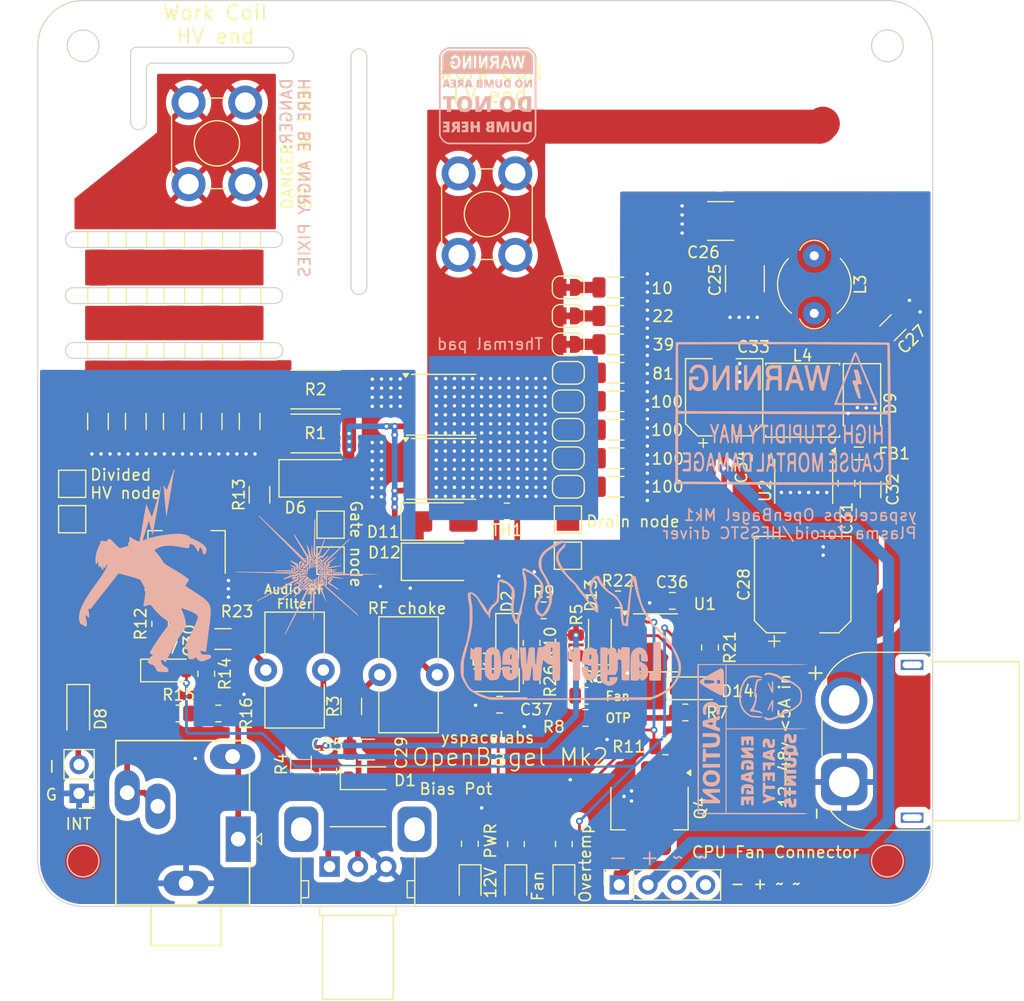
<source format=kicad_pcb>
(kicad_pcb (version 20240108) (generator "pcbnew") (generator_version "8.0")
  (layers (0 "F.Cu" signal) (31 "B.Cu" signal) (34 "B.Paste" user) (35 "F.Paste" user) (36 "B.SilkS" user "B.Silkscreen") (37 "F.SilkS" user "F.Silkscreen") (38 "B.Mask" user) (39 "F.Mask" user) (44 "Edge.Cuts" user))
  (net 0 "")
  (net 1 "GND")
  (net 2 "Net-(JP8-B)")
  (net 3 "Net-(JP1-B)")
  (net 4 "Net-(JP2-B)")
  (net 5 "Net-(JP3-B)")
  (net 6 "Net-(JP4-B)")
  (net 7 "Net-(JP5-B)")
  (net 8 "Net-(JP6-B)")
  (net 9 "Net-(JP7-B)")
  (net 10 "Net-(C10-Pad1)")
  (net 11 "Net-(C13-Pad1)")
  (net 12 "Net-(C17-Pad1)")
  (net 13 "Net-(J3-Pin_1)")
  (net 14 "VCC")
  (net 15 "Net-(C29-Pad1)")
  (net 16 "Net-(C30-Pad2)")
  (net 17 "Net-(C30-Pad1)")
  (net 18 "Net-(U2-VIN)")
  (net 19 "+12V")
  (net 20 "Net-(D2-A)")
  (net 21 "Net-(D1-K)")
  (net 22 "Net-(D4-K)")
  (net 23 "OTP")
  (net 24 "Net-(D5-K)")
  (net 25 "Net-(D6-K)")
  (net 26 "Net-(D6-A)")
  (net 27 "Net-(D7-K)")
  (net 28 "INT")
  (net 29 "Net-(D9-K)")
  (net 30 "FAN")
  (net 31 "Net-(D10-K)")
  (net 32 "Net-(D11-A)")
  (net 33 "Net-(D11-K)")
  (net 34 "Net-(D13-A)")
  (net 35 "Net-(D13-K)")
  (net 36 "Net-(D14-K)")
  (net 37 "Net-(D14-A)")
  (net 38 "Net-(J1-PadR)")
  (net 39 "Net-(J1-PadT)")
  (net 41 "Net-(J5-Pin_1)")
  (net 43 "Net-(L1-Pad1)")
  (net 44 "Net-(Q3-G)")
  (net 45 "Net-(Q4-G)")
  (net 46 "Net-(R10-Pad1)")
  (net 47 "Net-(R14-Pad2)")
  (net 48 "NTC")
  (net 49 "Net-(C25-Pad1)")
  (net 50 "Net-(Q3-D)")
  (footprint "Resistor_SMD:R_0805_2012Metric" (layer "F.Cu") (at 10.8712 55.4634 -90)
    (property "Reference" "R14")
    (property "Value" "adjust for best audio \\n volume and quality")
  )
  (footprint "Resistor_SMD:R_1206_3216Metric" (layer "F.Cu") (at 23.6728 58.3438 90)
    (property "Reference" "R3")
    (property "Value" "1k")
  )
  (footprint "Capacitor_SMD:C_1206_3216Metric" (layer "F.Cu") (at 47.0154 26.3652)
    (property "Reference" "C7" (hide yes))
    (property "Value" "22p")
  )
  (footprint "Connector_AMASS:AMASS_XT60PW-F_1x02_P7.20mm_Horizontal" (layer "F.Cu") (at 67.1878 65.0172 -90)
    (property "Reference" "J4" (hide yes))
    (property "Value" "XT60 IN")
  )
  (footprint "Inductor_THT:L_Toroid_Vertical_L10.0mm_W5.0mm_P5.08mm" (layer "F.Cu") (at 16.129 55.1332 90)
    (property "Reference" "L5" (hide yes))
    (property "Value" "Audio RF filter")
  )
  (footprint "Jumper:SolderJumper-2_P1.3mm_Bridged_RoundedPad1.0x1.5mm" (layer "F.Cu") (at 42.8244 23.8506)
    (property "Reference" "JP5" (hide yes))
    (property "Value" "SolderJumper_2_Bridged")
  )
  (footprint "TestPoint:TestPoint_Pad_2.0x2.0mm" (layer "F.Cu") (at -0.9652 38.6842)
    (property "Reference" "TP3" (hide yes))
    (property "Value" "HV divider node")
  )
  (footprint "TestPoint:TestPoint_Pad_2.0x2.0mm" (layer "F.Cu") (at 21.844 42.291)
    (property "Reference" "TP2" (hide yes))
    (property "Value" "Gate node")
  )
  (footprint "Jumper:SolderJumper-2_P1.3mm_Bridged_RoundedPad1.0x1.5mm" (layer "F.Cu") (at 42.8394 38.9382)
    (property "Reference" "JP8" (hide yes))
    (property "Value" "SolderJumper_2_Bridged")
  )
  (footprint "Capacitor_SMD:C_1206_3216Metric" (layer "F.Cu") (at 25.019 62.1538)
    (property "Reference" "C29")
    (property "Value" "100n C0G")
  )
  (footprint "Connector_PinHeader_2.54mm:PinHeader_1x02_P2.54mm_Vertical" (layer "F.Cu") (at -0.3556 66.0246 180)
    (property "Reference" "J6" (hide yes))
    (property "Value" "Interrupter header")
  )
  (footprint "Capacitor_SMD:C_0805_2012Metric" (layer "F.Cu") (at 59.7916 36.4058 -90)
    (property "Reference" "C34")
    (property "Value" "100n")
  )
  (footprint "Diode_SMD:D_SOD-123" (layer "F.Cu") (at -0.4289 58.7727 -90)
    (property "Reference" "D8")
    (property "Value" "D_Schottky")
  )
  (footprint "Capacitor_SMD:C_1206_3216Metric" (layer "F.Cu") (at 12.3444 52.39)
    (property "Reference" "C30")
    (property "Value" "10u")
  )
  (footprint "Jumper:SolderJumper-2_P1.3mm_Bridged_RoundedPad1.0x1.5mm" (layer "F.Cu") (at 42.8244 21.336)
    (property "Reference" "JP4" (hide yes))
    (property "Value" "SolderJumper_2_Bridged")
  )
  (footprint "Capacitor_SMD:C_1206_3216Metric" (layer "F.Cu") (at 1.3208 17.0942 -90)
    (property "Reference" "C38" (hide yes))
    (property "Value" "C")
  )
  (footprint "Capacitor_SMD:C_1206_3216Metric" (layer "F.Cu") (at 11.4111 22.0472 -90)
    (property "Reference" "C18" (hide yes))
    (property "Value" "C")
  )
  (footprint "Capacitor_SMD:C_1206_3216Metric" (layer "F.Cu") (at 14.7527 17.0924 -90)
    (property "Reference" "C21" (hide yes))
    (property "Value" "C")
  )
  (footprint "Capacitor_SMD:C_0805_2012Metric" (layer "F.Cu") (at 52.0162 49.022 180)
    (property "Reference" "C36")
    (property "Value" "100n")
  )
  (footprint "LED_SMD:LED_0805_2012Metric" (layer "F.Cu") (at 42.4434 74.0179 -90)
    (property "Reference" "D4" (hide yes))
    (property "Value" "OTP LED")
  )
  (footprint "Capacitor_SMD:C_1206_3216Metric" (layer "F.Cu") (at 11.351 33.1724 -90)
    (property "Reference" "C10" (hide yes))
    (property "Value" "C")
  )
  (footprint "LED_SMD:LED_0805_2012Metric" (layer "F.Cu") (at 38.2016 74.0179 -90)
    (property "Reference" "D10" (hide yes))
    (property "Value" "Fan LED")
  )
  (footprint "Capacitor_SMD:C_1206_3216Metric" (layer "F.Cu") (at 8.0611 26.8986 -90)
    (property "Reference" "C15" (hide yes))
    (property "Value" "C")
  )
  (footprint "Capacitor_SMD:C_1812_4532Metric" (layer "F.Cu") (at 58.42 20.574 -90)
    (property "Reference" "C25")
    (property "Value" "100n")
  )
  (footprint "Capacitor_SMD:CP_Elec_8x10" (layer "F.Cu") (at 63.5254 47.5841 90)
    (property "Reference" "C28")
    (property "Value" "100u")
  )
  (footprint "TestPoint:TestPoint_Pad_2.0x2.0mm" (layer "F.Cu") (at -0.9652 41.8084)
    (property "Reference" "TP4" (hide yes))
    (property "Value" "TestPoint")
  )
  (footprint "Resistor_SMD:R_0805_2012Metric" (layer "F.Cu") (at 6.8072 51.054 -90)
    (property "Reference" "R12")
    (property "Value" "100")
  )
  (footprint "Jumper:SolderJumper-2_P1.3mm_Bridged_RoundedPad1.0x1.5mm" (layer "F.Cu") (at 42.8348 36.4236)
    (property "Reference" "JP1" (hide yes))
    (property "Value" "SolderJumper_2_Bridged")
  )
  (footprint "Diode_SMD:D_SMA" (layer "F.Cu") (at 31.6034 45.5676)
    (property "Reference" "D12")
    (property "Value" "D")
  )
  (footprint "Inductor_SMD:L_Sunlord_SWPA6045S" (layer "F.Cu") (at 63.5254 31.3004 180)
    (property "Reference" "L4")
    (property "Value" "68u")
  )
  (footprint "custom:M4 Plugin PCB Mount Screw Terminal" (layer "F.Cu") (at 11.811 8.6106)
    (property "Reference" "J3" (hide yes))
    (property "Value" "Conn_01x01_Pin")
  )
  (footprint "Capacitor_SMD:C_1206_3216Metric" (layer "F.Cu") (at 8.0518 17.0942 -90)
    (property "Reference" "C23" (hide yes))
    (property "Value" "C")
  )
  (footprint "Capacitor_SMD:C_1206_3216Metric" (layer "F.Cu") (at 69.5198 39.1922 -90)
    (property "Reference" "C32")
    (property "Value" "10u")
  )
  (footprint "Resistor_SMD:R_0805_2012Metric" (layer "F.Cu") (at 44.3484 59.3598 180)
    (property "Reference" "R8")
    (property "Value" "1.6k")
  )
  (footprint "Capacitor_SMD:C_1206_3216Metric" (layer "F.Cu") (at 47.039 38.9382 180)
    (property "Reference" "C1" (hide yes))
    (property "Value" "100p")
  )
  (footprint "Package_TO_SOT_SMD:SOT-223-3_TabPin2" (layer "F.Cu") (at 9.1326 44.729 90)
    (property "Reference" "Q3")
    (property "Value" "BSP89")
  )
  (footprint "Resistor_SMD:R_0805_2012Metric" (layer "F.Cu") (at 39.5928 56.1086 -90)
    (property "Reference" "R26")
    (property "Value" "100")
  )
  (footprint "Capacitor_SMD:C_1206_3216Metric" (layer "F.Cu") (at 8.001 33.1724 -90)
    (property "Reference" "C11" (hide yes))
    (property "Value" "C")
  )
  (footprint "Resistor_SMD:R_0805_2012Metric" (layer "F.Cu") (at 42.438 70.5033 90)
    (property "Reference" "R17" (hide yes))
    (property "Value" "1k")
  )
  (footprint "Capacitor_SMD:CP_Elec_6.3x7.7" (layer "F.Cu") (at 56.5912 31.0388 90)
    (property "Reference" "C33")
    (property "Value" "100u")
  )
  (footprint "Resistor_SMD:R_0805_2012Metric" (layer "F.Cu") (at 11.938 58.9686 180)
    (property "Reference" "R16")
    (property "Value" "1k")
  )
  (footprint "Capacitor_SMD:C_1206_3216Metric" (layer "F.Cu") (at 14.701 33.1724 -90)
    (property "Reference" "C9" (hide yes))
    (property "Value" "C")
  )
  (footprint "Diode_SMD:D_SMA" (layer "F.Cu") (at 20.8026 38.2016)
    (property "Reference" "D6")
    (property "Value" "SS34")
  )
  (footprint "Resistor_SMD:R_0805_2012Metric" (layer "F.Cu") (at 38.2122 70.5033 90)
    (property "Reference" "R24" (hide yes))
    (property "Value" "1k")
  )
  (footprint "Capacitor_SMD:C_1206_3216Metric" (layer "F.Cu") (at 47.039 31.3944 180)
    (property "Reference" "C4" (hide yes))
    (property "Value" "100p")
  )
  (footprint "Inductor_THT:L_Toroid_Vertical_L10.0mm_W5.0mm_P5.08mm" (layer "F.Cu") (at 26.1874 55.5498 90)
    (property "Reference" "L1" (hide yes))
    (property "Value" "RF choke")
  )
  (footprint "Resistor_SMD:R_2512_6332Metric" (layer "F.Cu") (at 20.5232 34.2392 180)
    (property "Reference" "R1")
    (property "Value" "(tune)")
  )
  (footprint "Resistor_SMD:R_1206_3216Metric" (layer "F.Cu") (at 15.5702 39.6494 90)
    (property "Reference" "R13")
    (property "Value" "68")
  )
  (footprint "Diode_SMD:D_SOD-123" (layer "F.Cu") (at 45.6213 52.3015 90)
    (property "Reference" "D13")
    (property "Value" "D_Schottky")
  )
  (footprint "Capacitor_SMD:C_1206_3216Metric" (layer "F.Cu") (at 4.7027 17.0896 -90)
    (property "Reference" "C24" (hide yes))
    (property "Value" "C")
  )
  (footprint "Resistor_SMD:R_1206_3216Metric" (layer "F.Cu") (at 19.2278 63.4644 -90)
    (property "Reference" "R4")
    (property "Value" "1k")
  )
  (footprint "TestPoint:TestPoint_Pad_2.0x2.0mm" (layer "F.Cu") (at 21.844 45.466)
    (property "Reference" "TP6" (hide yes))
    (property "Value" "TestPoint")
  )
  (footprint "Capacitor_SMD:C_1206_3216Metric" (layer "F.Cu") (at 14.7611 26.8986 -90)
    (property "Reference" "C13" (hide yes))
    (property "Value" "C")
  )
  (footprint "Resistor_SMD:R_0805_2012Metric" (layer "F.Cu") (at 43.5102 52.959 -90)
    (property "Reference" "R5")
    (property "Value" "10k")
  )
  (footprint "Capacitor_SMD:C_0805_2012Metric" (layer "F.Cu") (at 21.6408 64.0842 90)
    (property "Reference" "C35")
    (property "Value" "100n")
  )
  (footprint "Capacitor_SMD:C_1206_3216Metric" (layer "F.Cu") (at 47.0154 21.336)
    (property "Reference" "C5" (hide yes))
    (property "Value" "81p")
  )
  (footprint "Potentiometer_THT:Potentiometer_Alps_RK09K_Single_Horizontal" (layer "F.Cu") (at 21.7566 72.4888 90)
    (property "Reference" "RV1" (hide yes))
    (property "Value" "R_Potentiometer")
  )
  (footprint "Capacitor_SMD:C_1206_3216Metric" (layer "F.Cu") (at 8.0611 22.0472 -90)
    (property "Reference" "C19" (hide yes))
    (property "Value" "C")
  )
  (footprint "Diode_SMD:D_SOD-123" (layer "F.Cu") (at 36.1442 56.0324 180)
    (property "Reference" "D3")
    (property "Value" "D_Schottky")
  )
  (footprint "Diode_SMD:D_SMA" (layer "F.Cu") (at 31.5722 42.0116)
    (property "Reference" "D11")
    (property "Value" "D")
  )
  (footprint "Capacitor_SMD:C_0805_2012Metric" (layer "F.Cu") (at 36.7734 58.1914 180)
    (property "Reference" "C37")
    (property "Value" "1u")
  )
  (footprint "TestPoint:TestPoint_Pad_2.0x2.0mm" (layer "F.Cu") (at 42.799 45.0342)
    (property "Reference" "TP5" (hide yes))
    (property "Value" "TestPoint")
  )
  (footprint "Capacitor_SMD:C_1206_3216Metric" (layer "F.Cu") (at 47.0408 36.4236 180)
    (property "Reference" "C2" (hide yes))
    (property "Value" "100p")
  )
  (footprint "Resistor_SMD:R_2512_6332Metric" (layer "F.Cu") (at 20.5232 30.353 180)
    (property "Reference" "R2")
    (property "Value" "(tune)")
  )
  (footprint "Diode_SMD:D_SOD-123" (layer "F.Cu") (at 53.8988 56.7436)
    (property "Reference" "D14")
    (property "Value" "D_Schottky")
  )
  (footprint "Capacitor_SMD:C_1206_3216Metric" (layer "F.Cu") (at 1.3208 22.0772 -90)
    (property "Reference" "C39" (hide yes))
    (property "Value" "C")
  )
  (footprint "Capacitor_SMD:C_1206_3216Metric" (layer "F.Cu") (at 11.4027 17.0896 -90)
    (property "Reference" "C22" (hide yes))
    (property "Value" "C")
  )
  (footprint "Jumper:SolderJumper-2_P1.3mm_Bridged_RoundedPad1.0x1.5mm" (layer "F.Cu") (at 42.8394 28.8798)
    (property "Reference" "JP7" (hide yes))
    (property "Value" "SolderJumper_2_Bridged")
  )
  (footprint "Connector_Audio:Jack_3.5mm_Ledino_KB3SPRS_Horizontal" (layer "F.Cu") (at 13.6932 70.0648 90)
    (property "Reference" "J1" (hide yes))
    (property "Value" "AudioJack3_SwitchTR")
  )
  (footprint "Package_SO:SOIC-8_3.9x4.9mm_P1.27mm" (layer "F.Cu") (at 63.6128 38.4566 -90)
    (property "Reference" "U2")
    (property "Value" "XL1509-12")
  )
  (footprint "Ferrite_THT:LairdTech_28C0236-0JW-10" (layer "F.Cu") (at 64.5414 18.542 -90)
    (property "Reference" "L3")
    (property "Value" "Ferrite Choke")
  )
  (footprint "Capacitor_SMD:C_0805_2012Metric" (layer "F.Cu") (at 67.3862 38.6334 -90)
    (property "Reference" "C31")
    (property "Value" "100n")
  )
  (footprint "Capacitor_SMD:C_1206_3216Metric" (layer "F.Cu") (at 1.3208 26.9032 -90)
    (property "Reference" "C40" (hide yes))
    (property "Value" "C")
  )
  (footprint "custom:M4 Plugin PCB Mount Screw Terminal" (layer "F.Cu") (at 35.6508 14.8658)
    (property "Reference" "J2" (hide yes))
    (property "Value" "Conn_01x01_Pin")
  )
  (footprint "Capacitor_SMD:C_1206_3216Metric" (layer "F.Cu") (at 4.651 33.1724 -90)
    (property "Reference" "C12" (hide yes))
    (property "Value" "C")
  )
  (footprint "Capacitor_SMD:C_1206_3216Metric" (layer "F.Cu") (at 1.3097 33.177 -90)
    (property "Reference" "C41" (hide yes))
    (property "Value" "C")
  )
  (footprint "Capacitor_SMD:C_1206_3216Metric" (layer "F.Cu") (at 47.0408 33.909 180)
    (property "Reference" "C3" (hide yes))
    (property "Value" "100p")
  )
  (footprint "Capacitor_SMD:C_1206_3216Metric" (layer "F.Cu") (at 11.4111 26.8986 -90)
    (property "Reference" "C14" (hide yes))
    (property "Value" "C")
  )
  (footprint "Resistor_SMD:R_0805_2012Metric" (layer "F.Cu") (at 34.1402 70.4779 90)
    (property "Reference" "R18" (hide yes))
    (property "Value" "1k")
  )
  (footprint "custom:OpenBagel Padded Screw" (layer "F.Cu") (at 0 72)
    (property "Reference" "J7" (hide yes))
    (property "Value" "Conn_01x01_Pin")
    (fp_circle (center 0 0) (end 1.4 0) (stroke (width 0.12)) (fill none) (layer "Edge.Cuts"))
  )
  (footprint "Package_SO:SOIC-8_3.9x4.9mm_P1.27mm" (layer "F.Cu") (at 50.5318 52.7304)
    (property "Reference" "U1")
    (property "Value" "LM358")
  )
  (footprint "Capacitor_SMD:C_1206_3216Metric" (layer "F.Cu") (at 4.7111 22.0472 -90)
    (property "Reference" "C20" (hide yes))
    (property "Value" "C")
  )
  (footprint "Jumper:SolderJumper-2_P1.3mm_Bridged_RoundedPad1.0x1.5mm" (layer "F.Cu") (at 42.8348 31.3944)
    (property "Reference" "JP3" (hide yes))
    (property "Value" "SolderJumper_2_Bridged")
  )
  (footprint "Capacitor_SMD:C_1206_3216Metric" (layer "F.Cu") (at 14.7574 22.0472 -90)
    (property "Reference" "C17" (hide yes))
    (property "Value" "C")
  )
  (footprint "LED_SMD:LED_0805_2012Metric" (layer "F.Cu") (at 34.163 74.0179 -90)
    (property "Reference" "D5" (hide yes))
    (property "Value" "PWR LED")
  )
  (footprint "Capacitor_SMD:C_1206_3216Metric" (layer "F.Cu") (at 47.0408 28.8798)
    (property "Reference" "C8" (hide yes))
    (property "Value" "10p")
  )
  (footprint "Capacitor_SMD:C_1812_4532Metric" (layer "F.Cu") (at 56.2864 15.4686 180)
    (property "Reference" "C26")
    (property "Value" "100n")
  )
  (footprint "Capacitor_SMD:C_1206_3216Metric" (layer "F.Cu") (at 47.0154 23.8506)
    (property "Reference" "C6" (hide yes))
    (property "Value" "39p")
  )
  (footprint "Diode_SMD:D_SMA" (layer "F.Cu") (at 68.7578 31.5798 -90)
    (property "Reference" "D9")
    (property "Value" "SS34")
  )
  (footprint "Package_TO_SOT_SMD:SOT-223-3_TabPin2" (layer "F.Cu") (at 50.0005 67.3354 -90)
    (property "Reference" "Q4")
    (property "Value" "BSP89")
  )
  (footprint "Diode_SMD:D_SOD-123" (layer "F.Cu") (at 7.4422 55.1688)
    (property "Reference" "D7")
    (property "Value" "D_Schottky")
  )
  (footprint "Package_TO_SOT_SMD:TDSON-8-1" (layer "F.Cu") (at 31.6136 37.3634)
    (property "Reference" "Q2" (hide yes))
    (property "Value" "BSC16DN25NS3")
  )
  (footprint "Resistor_SMD:R_0805_2012Metric" (layer "F.Cu") (at 47.2156 48.895)
    (property "Reference" "R22")
    (property "Value" "100k")
  )
  (footprint "Resistor_SMD:R_0805_2012Metric" (layer "F.Cu") (at 39.5928 52.7304 -90)
    (property "Reference" "R10")
    (property "Value" "1k")
  )
  (footprint "Connector_PinSocket_2.54mm:PinSocket_1x04_P2.54mm_Vertical" (layer "F.Cu") (at 47.3306 74.1076 90)
    (property "Reference" "J5" (hide yes))
    (property "Value" "Conn_01x04_Pin")
  )
  (footprint "Resistor_SMD:R_0805_2012Metric" (layer "F.Cu") (at 44.3484 57.404)
    (property "Reference" "R6")
    (property "Value" "3k")
  )
  (footprint "Resistor_SMD:R_0805_2012Metric" (layer "F.Cu") (at 55.3436 53.1368 90)
    (property "Reference" "R21")
    (property "Value" "100k")
  )
  (footprint "Resistor_SMD:R_0805_2012Metric" (layer "F.Cu") (at 10.541 50.1142 180)
    (property "Reference" "R23")
    (property "Value" "10k")
  )
  (footprint "custom:OpenBagel Padded Screw" (layer "F.Cu") (at 71 72)
    (property "Reference" "J8" (hide yes))
    (property "Value" "Conn_01x01_Pin")
    (fp_circle (center 0 0) (end 1.4 0) (stroke (width 0.12)) (fill none) (layer "Edge.Cuts"))
  )
  (footprint "Jumper:SolderJumper-2_P1.3mm_Bridged_RoundedPad1.0x1.5mm" (layer "F.Cu") (at 42.8244 26.3652)
    (property "Reference" "JP6" (hide yes))
    (property "Value" "SolderJumper_2_Bridged")
  )
  (footprint "Package_TO_SOT_SMD:TDSON-8-1" (layer "F.Cu") (at 31.6136 31.6992)
    (property "Reference" "Q1" (hide yes))
    (property "Value" "BSC16DN25NS3")
  )
  (footprint "Resistor_SMD:R_0805_2012Metric" (layer "F.Cu") (at 40.6596 49.8602 180)
    (property "Reference" "R9")
    (property "Value" "10k")
  )
  (footprint "Capacitor_SMD:C_1206_3216Metric" (layer "F.Cu") (at 71.4756 24.892 45)
    (property "Reference" "C27")
    (property "Value" "10u")
  )
  (footprint "Jumper:SolderJumper-2_P1.3mm_Bridged_RoundedPad1.0x1.5mm" (layer "F.Cu") (at 42.8348 33.909)
    (property "Reference" "JP2" (hide yes))
    (property "Value" "SolderJumper_2_Bridged")
  )
  (footprint "Capacitor_SMD:C_1206_3216Metric" (layer "F.Cu") (at 4.7111 26.8986 -90)
    (property "Reference" "C16" (hide yes))
    (property "Value" "C")
  )
  (footprint "Diode_SMD:D_SOD-123" (layer "F.Cu") (at 25.0698 64.6909)
    (property "Reference" "D1")
    (property "Value" "5.1V")
  )
  (footprint "Diode_SMD:D_SOD-123" (layer "F.Cu") (at 37.4338 52.5008 -90)
    (property "Reference" "D2")
    (property "Value" "D_Schottky")
  )
  (footprint "Resistor_SMD:R_0805_2012Metric" (layer "F.Cu") (at 37.4142 41.1226 180)
    (property "Reference" "TH1")
    (property "Value" "Thermistor_NTC")
  )
  (footprint "Resistor_SMD:R_0805_2012Metric" (layer "F.Cu") (at 53.1622 58.8772 180)
    (property "Reference" "R7")
    (property "Value" "10k")
  )
  (footprint "TestPoint:TestPoint_Pad_2.0x2.0mm" (layer "F.Cu") (at 42.799 41.8338)
    (property "Reference" "TP1" (hide yes))
    (property "Value" "TestPoint")
  )
  (footprint "Resistor_SMD:R_0805_2012Metric" (layer "F.Cu") (at 51.4096 61.8744)
    (property "Reference" "R11")
    (property "Value" "10")
  )
  (footprint "Inductor_SMD:L_0805_2012Metric" (layer "F.Cu") (at 68.4784 35.9994 180)
    (property "Reference" "FB1")
    (property "Value" "FerriteBead")
  )
  (footprint "Resistor_SMD:R_0805_2012Metric" (layer "F.Cu") (at 8.4328 58.9686)
    (property "Reference" "R15")
    (property "Value" "1k")
  )
  (footprint "custom:larger pweor negative" (layer "B.Cu") (at 43.002856 50.750968 180)
    (property "Reference" "G***" (hide yes))
    (property "Value" "LOGO" (hide yes))
  )
  (footprint "custom:hvwarning" (layer "B.Cu") (at 7.537429 47.247264 180)
    (property "Reference" "REF**" (hide yes))
    (property "Value" "hvwarning")
  )
  (footprint "custom:eyeoftheuniverse" (layer "B.Cu") (at 20.0914 46.4566 180)
    (property "Reference" "G***" (hide yes))
    (property "Value" "LOGO" (hide yes))
  )
  (footprint "custom:highstupidity" (layer "B.Cu") (at 61.7982 32.4358 180)
    (property "Reference" "G***" (hide yes))
    (property "Value" "LOGO" (hide yes))
  )
  (footprint "custom:safetysquints" (layer "B.Cu") (at 58.305886 60.984901 -90)
    (property "Reference" "G***" (hide yes))
    (property "Value" "LOGO" (hide yes))
  )
  (footprint "custom:donotdumb" (layer "B.Cu") (at 35.7124 4.3942 180)
    (property "Reference" "G***" (hide yes))
    (property "Value" "LOGO" (hide yes))
  )
  (gr_circle (center 0 0) (end 1.4 0) (stroke (width 0.1)) (fill none) (layer "Edge.Cuts"))
  (gr_arc (start 16.9164 21.3614) (mid 17.6149 22.0599) (end 16.9164 22.7584) (stroke (width 0.1)) (layer "Edge.Cuts"))
  (gr_line (start -4 0) (end -4 72) (stroke (width 0.1)) (layer "Edge.Cuts"))
  (gr_line (start 71 -4) (end 0 -4) (stroke (width 0.1)) (layer "Edge.Cuts"))
  (gr_arc (start 25.0444 21.2598) (mid 24.3459 21.9583) (end 23.6474 21.2598) (stroke (width 0.1)) (layer "Edge.Cuts"))
  (gr_arc (start -0.8636 22.7584) (mid -1.5621 22.0599) (end -0.8636 21.3614) (stroke (width 0.1)) (layer "Edge.Cuts"))
  (gr_line (start 0 76) (end 71 76) (stroke (width 0.1)) (layer "Edge.Cuts"))
  (gr_arc (start 4.191 0.635) (mid 4.33979 0.27579) (end 4.699 0.127) (stroke (width 0.1)) (layer "Edge.Cuts"))
  (gr_arc (start 23.6474 0.9652) (mid 24.3459 0.2667) (end 25.0444 0.9652) (stroke (width 0.1)) (layer "Edge.Cuts"))
  (gr_arc (start 0 76) (mid -2.828427 74.828427) (end -4 72) (stroke (width 0.1)) (layer "Edge.Cuts"))
  (gr_line (start -0.8636 16.4084) (end 16.9164 16.4084) (stroke (width 0.1)) (layer "Edge.Cuts"))
  (gr_arc (start 16.9291 26.2001) (mid 17.6276 26.8986) (end 16.9291 27.5971) (stroke (width 0.1)) (layer "Edge.Cuts"))
  (gr_circle (center 71 0) (end 72.4 0) (stroke (width 0.1)) (fill none) (layer "Edge.Cuts"))
  (gr_line (start 17.8816 1.524) (end 6.096 1.524) (stroke (width 0.1)) (layer "Edge.Cuts"))
  (gr_arc (start -0.8636 17.8054) (mid -1.5621 17.1069) (end -0.8636 16.4084) (stroke (width 0.1)) (layer "Edge.Cuts"))
  (gr_line (start 23.6474 21.2598) (end 23.6474 0.9652) (stroke (width 0.1)) (layer "Edge.Cuts"))
  (gr_arc (start -4 0) (mid -2.828427 -2.828427) (end 0 -4) (stroke (width 0.1)) (layer "Edge.Cuts"))
  (gr_line (start 16.9164 22.7584) (end -0.8636 22.7584) (stroke (width 0.1)) (layer "Edge.Cuts"))
  (gr_line (start 75 0) (end 75 72) (stroke (width 0.1)) (layer "Edge.Cuts"))
  (gr_line (start 5.588 2.032) (end 5.588 6.7056) (stroke (width 0.1)) (layer "Edge.Cuts"))
  (gr_arc (start 5.588 6.7056) (mid 4.8895 7.4041) (end 4.191 6.7056) (stroke (width 0.1)) (layer "Edge.Cuts"))
  (gr_arc (start 17.8816 0.127) (mid 18.5801 0.8255) (end 17.8816 1.524) (stroke (width 0.1)) (layer "Edge.Cuts"))
  (gr_line (start 4.191 6.7056) (end 4.191 0.635) (stroke (width 0.1)) (layer "Edge.Cuts"))
  (gr_arc (start 16.9164 16.4084) (mid 17.6149 17.1069) (end 16.9164 17.8054) (stroke (width 0.1)) (layer "Edge.Cuts"))
  (gr_arc (start -0.8509 27.5971) (mid -1.5494 26.8986) (end -0.8509 26.2001) (stroke (width 0.1)) (layer "Edge.Cuts"))
  (gr_line (start 16.9164 17.8054) (end -0.8636 17.8054) (stroke (width 0.1)) (layer "Edge.Cuts"))
  (gr_line (start -0.8509 26.2001) (end 16.9291 26.2001) (stroke (width 0.1)) (layer "Edge.Cuts"))
  (gr_line (start 4.699 0.127) (end 17.8816 0.127) (stroke (width 0.1)) (layer "Edge.Cuts"))
  (gr_arc (start 75 72) (mid 73.828427 74.828427) (end 71 76) (stroke (width 0.1)) (layer "Edge.Cuts"))
  (gr_line (start 25.0444 0.9652) (end 25.0444 21.2598) (stroke (width 0.1)) (layer "Edge.Cuts"))
  (gr_arc (start 5.588 2.032) (mid 5.73679 1.67279) (end 6.096 1.524) (stroke (width 0.1)) (layer "Edge.Cuts"))
  (gr_arc (start 71 -4) (mid 73.828427 -2.828427) (end 75 0) (stroke (width 0.1)) (layer "Edge.Cuts"))
  (gr_line (start -0.8636 21.3614) (end 16.9164 21.3614) (stroke (width 0.1)) (layer "Edge.Cuts"))
  (gr_line (start 16.9291 27.5971) (end -0.8509 27.5971) (stroke (width 0.1)) (layer "Edge.Cuts"))
  (gr_text "~ ~ + -" (at 55.118 72.4662 0) (layer "B.SilkS") (effects (font (size 1.4 1.4)) (justify left bottom mirror)))
  (gr_text "yspacelabs OpenBagel Mk1\nPlasma Toroid/HFSSTC driver" (at 73.6854 43.6372 0) (layer "B.SilkS") (effects (font (size 1 1)) (justify left bottom mirror)))
  (gr_text "Thermal pad" (at 40.7162 26.924 0) (layer "B.SilkS") (effects (font (size 1 1)) (justify left bottom mirror)))
  (gr_text "DANGER:\nHERE BE ANGRY PIXIES" (at 20.1422 2.7686 90) (layer "B.SilkS") (effects (font (size 1 1)) (justify left bottom mirror)))
  (gr_text "Drain node" (at 44.323 42.5958 0) (layer "F.SilkS") (effects (font (size 1 1)) (justify left bottom)))
  (gr_text "OpenBagel Mk2" (at 28.9306 63.7032 0) (layer "F.SilkS") (effects (font (size 1.5 1.5)) (justify left bottom)))
  (gr_text "100" (at 50.0126 32.0294 0) (layer "F.SilkS") (effects (font (size 1 1)) (justify left bottom)))
  (gr_text "Bias Pot" (at 29.591 66.2178 0) (layer "F.SilkS") (effects (font (size 1 1)) (justify left bottom)))
  (gr_text "Divided\nHV node" (at 0.5334 40.0812 0) (layer "F.SilkS") (effects (font (size 1 1)) (justify left bottom)))
  (gr_text "INT" (at -1.651 69.3166 0) (layer "F.SilkS") (effects (font (size 1 1)) (justify left bottom)))
  (gr_text "Fan" (at 40.7162 75.6412 90) (layer "F.SilkS") (effects (font (size 1 1)) (justify left bottom)))
  (gr_text "Work Coil\nHV end" (at 11.684 -0.0762 0) (layer "F.SilkS") (effects (font (size 1.3 1.3)) (justify bottom)))
  (gr_text "Overtemp" (at 44.9072 75.7682 90) (layer "F.SilkS") (effects (font (size 1 1)) (justify left bottom)))
  (gr_text "RF choke" (at 25.019 50.2666 0) (layer "F.SilkS") (effects (font (size 1 1)) (justify left bottom)))
  (gr_text "Work Coil\nLV end" (at 35.9156 5.1308 0) (layer "F.SilkS") (effects (font (size 1.3 1.3)) (justify bottom)))
  (gr_text "DANGER:\nSPICY HV END" (at 20.225455 14.541811 90) (layer "F.SilkS") (effects (font (size 1 1)) (justify left bottom)))
  (gr_text "OTP" (at 46.0248 59.8424 0) (layer "F.SilkS") (effects (font (size 0.8 0.8)) (justify left bottom)))
  (gr_text "100" (at 50.038 34.5186 0) (layer "F.SilkS") (effects (font (size 1 1)) (justify left bottom)))
  (gr_text "G" (at -3.4036 66.7258 0) (layer "F.SilkS") (effects (font (size 1 1)) (justify left bottom)))
  (gr_text "Fan" (at 46.0248 57.912 0) (layer "F.SilkS") (effects (font (size 0.8 0.8)) (justify left bottom)))
  (gr_text "39" (at 50.1904 26.9748 0) (layer "F.SilkS") (effects (font (size 1 1)) (justify left bottom)))
  (gr_text "+" (at 64.5414 55.3974 90) (layer "F.SilkS") (effects (font (size 1.5 1.5))))
  (gr_text "22" (at 50.1396 24.4602 0) (layer "F.SilkS") (effects (font (size 1 1)) (justify left bottom)))
  (gr_text "I" (at -3.0988 64.262 0) (layer "F.SilkS") (effects (font (size 1 1)) (justify left bottom)))
  (gr_text "12-48v <5A in" (at 62.513102 67.354802 90) (layer "F.SilkS") (effects (font (size 1 1)) (justify left bottom)))
  (gr_text "yspacelabs" (at 31.496 61.6712 0) (layer "F.SilkS") (effects (font (size 1 1)) (justify left bottom)))
  (gr_text "10" (at 50.0634 21.9964 0) (layer "F.SilkS") (effects (font (size 1 1)) (justify left bottom)))
  (gr_text "Audio RF\nFilter" (at 18.669 49.7586 0) (layer "F.SilkS") (effects (font (size 0.8 0.8)) (justify bottom)))
  (gr_text "100" (at 50.0888 37.0586 0) (layer "F.SilkS") (effects (font (size 1 1)) (justify left bottom)))
  (gr_text "12V PWR" (at 36.5506 75.4126 90) (layer "F.SilkS") (effects (font (size 1 1)) (justify left bottom)))
  (gr_text "CPU Fan Connector" (at 53.6448 71.8058 0) (layer "F.SilkS") (effects (font (size 1 1)) (justify left bottom)))
  (gr_text "100" (at 50.0634 39.5224 0) (layer "F.SilkS") (effects (font (size 1 1)) (justify left bottom)))
  (gr_text "- + ~ ~" (at 57.0484 74.5744 0) (layer "F.SilkS") (effects (font (size 1 1)) (justify left bottom)))
  (gr_text "Gate node" (at 23.5107 40.063932 -90) (layer "F.SilkS") (effects (font (size 1 1)) (justify left bottom)))
  (gr_text "81" (at 50.1396 29.5402 0) (layer "F.SilkS") (effects (font (size 1 1)) (justify left bottom)))
  (segment (start 36.5017 41.1226) (end 36.5017 44.0417) (width 0.5) (layer "F.Cu") (net 1))
  (segment (start 36.5017 44.0417) (end 36.4998 44.0436) (width 0.5) (layer "F.Cu") (net 1))
  (via (at 63.2458 39.4462) (size 0.61) (drill 0.305) (layers "F.Cu" "B.Cu") (net 1))
  (via (at 49.8094 27.3428) (size 0.61) (drill 0.305) (layers "F.Cu" "B.Cu") (net 1))
  (via (at 25.527 31.0388) (size 0.61) (drill 0.305) (layers "F.Cu" "B.Cu") (net 1))
  (via (at 50.0126 49.1998) (size 0.61) (drill 0.305) (layers "F.Cu" "B.Cu") (net 1))
  (via (at 3.9752 36.0426) (size 0.61) (drill 0.305) (layers "F.Cu" "B.Cu") (net 1))
  (via (at 26.3398 39.0272) (size 0.61) (drill 0.305) (layers "F.Cu" "B.Cu") (net 1))
  (via (at 52.8828 16.5354) (size 0.61) (drill 0.305) (layers "F.Cu" "B.Cu") (net 1))
  (via (at 25.527 35.8388) (size 0.61) (drill 0.305) (layers "F.Cu" "B.Cu") (net 1))
  (via (at 25.527 39.0388) (size 0.61) (drill 0.305) (layers "F.Cu" "B.Cu") (net 1))
  (via (at 26.3398 35.0272) (size 0.61) (drill 0.305) (layers "F.Cu" "B.Cu") (net 1))
  (via (at 11.1752 36.0426) (size 0.61) (drill 0.305) (layers "F.Cu" "B.Cu") (net 1))
  (via (at 73.8886 23.495) (size 0.61) (drill 0.305) (layers "F.Cu" "B.Cu") (net 1))
  (via (at 25.527 37.4388) (size 0.61) (drill 0.305) (layers "F.Cu" "B.Cu") (net 1))
  (via (at 14.1986 57.277) (size 0.61) (drill 0.305) (layers "F.Cu" "B.Cu") (net 1))
  (via (at 25.527 36.6388) (size 0.61) (drill 0.305) (layers "F.Cu" "B.Cu") (net 1))
  (via (at 69.9008 32.004) (size 0.61) (drill 0.305) (layers "F.Cu" "B.Cu") (net 1))
  (via (at 57.9628 28.067) (size 0.61) (drill 0.305) (layers "F.Cu" "B.Cu") (net 1))
  (via (at 49.8094 36.1428) (size 0.61) (drill 0.305) (layers "F.Cu" "B.Cu") (net 1))
  (via (at 49.8094 36.9428) (size 0.61) (drill 0.305) (layers "F.Cu" "B.Cu") (net 1))
  (via (at 52.8828 14.1354) (size 0.61) (drill 0.305) (layers "F.Cu" "B.Cu") (net 1))
  (via (at 48.0568 55.3974) (size 0.61) (drill 0.305) (layers "F.Cu" "B.Cu") (net 1))
  (via (at 26.3398 36.6272) (size 0.61) (drill 0.305) (layers "F.Cu" "B.Cu") (net 1))
  (via (at 5.5752 36.0426) (size 0.61) (drill 0.305) (layers "F.Cu" "B.Cu") (net 1))
  (via (at 49.8094 20.1428) (size 0.61) (drill 0.305) (layers "F.Cu" "B.Cu") (net 1))
  (via (at 12.827 47.2186) (size 0.61) (drill 0.305) (layers "F.Cu" "B.Cu") (net 1))
  (via (at 69.1388 31.9786) (size 0.61) (drill 0.305) (layers "F.Cu" "B.Cu") (net 1))
  (via (at 27.178 31.0262) (size 0.61) (drill 0.305) (layers "F.Cu" "B.Cu") (net 1))
  (via (at 52.8828 14.9354) (size 0.61) (drill 0.305) (layers "F.Cu" "B.Cu") (net 1))
  (via (at 27.178 31.8262) (size 0.61) (drill 0.305) (layers "F.Cu" "B.Cu") (net 1))
  (via (at 49.8094 39.3428) (size 0.61) (drill 0.305) (layers "F.Cu" "B.Cu") (net 1))
  (via (at 64.8458 39.4462) (size 0.61) (drill 0.305) (layers "F.Cu" "B.Cu") (net 1))
  (via (at 15.1752 36.0426) (size 0.61) (drill 0.305) (layers "F.Cu" "B.Cu") (net 1))
  (via (at 27.9908 31.8262) (size 0.61) (drill 0.305) (layers "F.Cu" "B.Cu") (net 1))
  (via (at 4.7752 36.0426) (size 0.61) (drill 0.305) (layers "F.Cu" "B.Cu") (net 1))
  (via (at 46.2534 61.2648) (size 0.61) (drill 0.305) (layers "F.Cu" "B.Cu") (net 1))
  (via (at 47.752 66.294) (size 0.61) (drill 0.305) (layers "F.Cu" "B.Cu") (net 1))
  (via (at 7.1752 36.0426) (size 0.61) (drill 0.305) (layers "F.Cu" "B.Cu") (net 1))
  (via (at 49.8094 24.9428) (size 0.61) (drill 0.305) (layers "F.Cu" "B.Cu") (net 1))
  (via (at 49.8094 29.7428) (size 0.61) (drill 0.305) (layers "F.Cu" "B.Cu") (net 1))
  (via (at 6.3752 36.0426) (size 0.61) (drill 0.305) (layers "F.Cu" "B.Cu") (net 1))
  (via (at 34.6456 58.2422) (size 0.61) (drill 0.305) (layers "F.Cu" "B.Cu") (net 1))
  (via (at 25.527 29.4388) (size 0.61) (drill 0.305) (layers "F.Cu" "B.Cu") (net 1))
  (via (at 49.8094 31.3428) (size 0.61) (drill 0.305) (layers "F.Cu" "B.Cu") (net 1))
  (via (at 68.3514 31.9532) (size 0.61) (drill 0.305) (layers "F.Cu" "B.Cu") (net 1))
  (via (at 49.8094 33.7428) (size 0.61) (drill 0.305) (layers "F.Cu" "B.Cu") (net 1))
  (via (at 25.527 35.0388) (size 0.61) (drill 0.305) (layers "F.Cu" "B.Cu") (net 1))
  (via (at 0.7752 36.0426) (size 0.61) (drill 0.305) (layers "F.Cu" "B.Cu") (net 1))
  (via (at 43.0022 64.8208) (size 0.61) (drill 0.305) (layers "F.Cu" "B.Cu") (net 1))
  (via (at 12.7752 36.0426) (size 0.61) (drill 0.305) (layers "F.Cu" "B.Cu") (net 1))
  (via (at 48.4124 66.7004) (size 0.61) (drill 0.305) (layers "F.Cu" "B.Cu") (net 1))
  (via (at 27.178 30.2262) (size 0.61) (drill 0.305) (layers "F.Cu" "B.Cu") (net 1))
  (via (at 49.8094 40.1428) (size 0.61) (drill 0.305) (layers "F.Cu" "B.Cu") (net 1))
  (via (at 14.3752 36.0426) (size 0.61) (drill 0.305) (layers "F.Cu" "B.Cu") (net 1))
  (via (at 1.5752 36.0426) (size 0.61) (drill 0.305) (layers "F.Cu" "B.Cu") (net 1))
  (via (at 38.9382 60.1218) (size 0.61) (drill 0.305) (layers "F.Cu" "B.Cu") (net 1))
  (via (at 57.1122 23.9776) (size 0.61) (drill 0.305) (layers "F.Cu" "B.Cu") (net 1))
  (via (at 28.8798 47.9044) (size 0.61) (drill 0.305) (layers "F.Cu" "B.Cu") (net 1))
  (via (at 49.8094 30.5428) (size 0.61) (drill 0.305) (layers "F.Cu" "B.Cu") (net 1))
  (via (at 26.2382 47.752) (size 0.61) (drill 0.305) (layers "F.Cu" "B.Cu") (net 1))
  (via (at 13.5752 36.0426) (size 0.61) (drill 0.305) (layers "F.Cu" "B.Cu") (net 1))
  (via (at 49.8094 32.9428) (size 0.61) (drill 0.305) (layers "F.Cu" "B.Cu") (net 1))
  (via (at 26.3398 30.2272) (size 0.61) (drill 0.305) (layers "F.Cu" "B.Cu") (net 1))
  (via (at 48.4124 65.8114) (size 0.61) (drill 0.305) (layers "F.Cu" "B.Cu") (net 1))
  (via (at 49.8094 28.1428) (size 0.61) (drill 0.305) (layers "F.Cu" "B.Cu") (net 1))
  (via (at 26.3398 38.2272) (size 0.61) (drill 0.305) (layers "F.Cu" "B.Cu") (net 1))
  (via (at 57.9628 28.8544) (size 0.61) (drill 0.305) (layers "F.Cu" "B.Cu") (net 1))
  (via (at 49.8094 25.7428) (size 0.61) (drill 0.305) (layers "F.Cu" "B.Cu") (net 1))
  (via (at 11.9752 36.0426) (size 0.61) (drill 0.305) (layers "F.Cu" "B.Cu") (net 1))
  (via (at 49.8094 20.9428) (size 0.61) (drill 0.305) (layers "F.Cu" "B.Cu") (net 1))
  (via (at 9.5752 36.0426) (size 0.61) (drill 0.305) (layers "F.Cu" "B.Cu") (net 1))
  (via (at 49.8094 37.7428) (size 0.61) (drill 0.305) (layers "F.Cu" "B.Cu") (net 1))
  (via (at 35.179 67.31) (size 0.61) (drill 0.305) (layers "F.Cu" "B.Cu") (net 1))
  (via (at 12.827 47.9552) (size 0.61) (drill 0.305) (layers "F.Cu" "B.Cu") (net 1))
  (via (at 26.3398 31.8272) (size 0.61) (drill 0.305) (layers "F.Cu" "B.Cu") (net 1))
  (via (at 65.3288 44.9834) (size 0.61) (drill 0.305) (layers "F.Cu" "B.Cu") (net 1))
  (via (at 26.3398 39.8272) (size 0.61) (drill 0.305) (layers "F.Cu" "B.Cu") (net 1))
  (via (at 27.9908 30.2262) (size 0.61) (drill 0.305) (layers "F.Cu" "B.Cu") (net 1))
  (via (at 49.8094 32.1428) (size 0.61) (drill 0.305) (layers "F.Cu" "B.Cu") (net 1))
  (via (at 65.6458 39.4462) (size 0.61) (drill 0.305) (layers "F.Cu" "B.Cu") (net 1))
  (via (at 12.827 48.6918) (size 0.61) (drill 0.305) (layers "F.Cu" "B.Cu") (net 1))
  (via (at 2.3752 36.0426) (size 0.61) (drill 0.305) (layers "F.Cu" "B.Cu") (net 1))
  (via (at 25.527 39.8388) (size 0.61) (drill 0.305) (layers "F.Cu" "B.Cu") (net 1))
  (via (at 64.0458 39.4462) (size 0.61) (drill 0.305) (layers "F.Cu" "B.Cu") (net 1))
  (via (at 27.9908 29.4262) (size 0.61) (drill 0.305) (layers "F.Cu" "B.Cu") (net 1))
  (via (at 49.8094 28.9428) (size 0.61) (drill 0.305) (layers "F.Cu" "B.Cu") (net 1))
  (via (at 49.8094 24.1428) (size 0.61) (drill 0.305) (layers "F.Cu" "B.Cu") (net 1))
  (via (at 49.8094 26.5428) (size 0.61) (drill 0.305) (layers "F.Cu" "B.Cu") (net 1))
  (via (at 26.3398 37.4272) (size 0.61) (drill 0.305) (layers "F.Cu" "B.Cu") (net 1))
  (via (at 26.3398 31.0272) (size 0.61) (drill 0.305) (layers "F.Cu" "B.Cu") (net 1))
  (via (at 27.178 29.4262) (size 0.61) (drill 0.305) (layers "F.Cu" "B.Cu") (net 1))
  (via (at 65.3288 44.2468) (size 0.61) (drill 0.305) (layers "F.Cu" "B.Cu") (net 1))
  (via (at 59.5122 23.9776) (size 0.61) (drill 0.305) (layers "F.Cu" "B.Cu") (net 1))
  (via (at 57.9122 23.9776) (size 0.61) (drill 0.305) (layers "F.Cu" "B.Cu") (net 1))
  (via (at 49.8094 35.3428) (size 0.61) (drill 0.305) (layers "F.Cu" "B.Cu") (net 1))
  (via (at 7.9752 36.0426) (size 0.61) (drill 0.305) (layers "F.Cu" "B.Cu") (net 1))
  (via (at 49.8094 21.7428) (size 0.61) (drill 0.305) (layers "F.Cu" "B.Cu") (net 1))
  (via (at 57.9628 29.6418) (size 0.61) (drill 0.305) (layers "F.Cu" "B.Cu") (net 1))
  (via (at 8.7752 36.0426) (size 0.61) (drill 0.305) (layers "F.Cu" "B.Cu") (net 1))
  (via (at 49.8094 34.5428) (size 0.61) (drill 0.305) (layers "F.Cu" "B.Cu") (net 1))
  (via (at 61.6458 39.4462) (size 0.61) (drill 0.305) (layers "F.Cu" "B.Cu") (net 1))
  (via (at 25.527 31.8388) (size 0.61) (drill 0.305) (layers "F.Cu" "B.Cu") (net 1))
  (via (at 58.7122 23.9776) (size 0.61) (drill 0.305) (layers "F.Cu" "B.Cu") (net 1))
  (via (at 45.1866 56.0578) (size 0.61) (drill 0.305) (layers "F.Cu" "B.Cu") (net 1))
  (via (at 26.3398 35.8272) (size 0.61) (drill 0.305) (layers "F.Cu" "B.Cu") (net 1))
  (via (at 3.1752 36.0426) (size 0.61) (drill 0.305) (layers "F.Cu" "B.Cu") (net 1))
  (via (at 26.3398 29.4272) (size 0.61) (drill 0.305) (layers "F.Cu" "B.Cu") (net 1))
  (via (at 62.4458 39.4462) (size 0.61) (drill 0.305) (layers "F.Cu" "B.Cu") (net 1))
  (via (at 49.8094 22.5428) (size 0.61) (drill 0.305) (layers "F.Cu" "B.Cu") (net 1))
  (via (at 25.527 38.2388) (size 0.61) (drill 0.305) (layers "F.Cu" "B.Cu") (net 1))
  (via (at 49.8094 23.3428) (size 0.61) (drill 0.305) (layers "F.Cu" "B.Cu") (net 1))
  (via (at 49.8094 38.5428) (size 0.61) (drill 0.305) (layers "F.Cu" "B.Cu") (net 1))
  (via (at 9.906 62.9412) (size 0.61) (drill 0.305) (layers "F.Cu" "B.Cu") (net 1))
  (via (at 25.527 30.2388) (size 0.61) (drill 0.305) (layers "F.Cu" "B.Cu") (net 1))
  (via (at 10.3752 36.0426) (size 0.61) (drill 0.305) (layers "F.Cu" "B.Cu") (net 1))
  (via (at 39.8272 46.4566) (size 0.61) (drill 0.305) (layers "F.Cu" "B.Cu") (net 1))
  (via (at 67.5386 32.4612) (size 0.61) (drill 0.305) (layers "F.Cu" "B.Cu") (net 1))
  (via (at 52.8828 15.7354) (size 0.61) (drill 0.305) (layers "F.Cu" "B.Cu") (net 1))
  (via (at 27.9908 31.0262) (size 0.61) (drill 0.305) (layers "F.Cu" "B.Cu") (net 1))
  (via (at 72.9488 22.479) (size 0.61) (drill 0.305) (layers "F.Cu" "B.Cu") (net 1))
  (via (at 36.703 46.8376) (size 0.61) (drill 0.305) (layers "F.Cu" "B.Cu") (net 1))
  (segment (start 45.564 38.9382) (end 43.4894 38.9382) (width 1) (layer "F.Cu") (net 2))
  (segment (start 45.5658 36.4236) (end 43.4848 36.4236) (width 1) (layer "F.Cu") (net 3))
  (segment (start 45.5658 33.909) (end 43.4848 33.909) (width 1) (layer "F.Cu") (net 4))
  (segment (start 45.564 31.3944) (end 43.4848 31.3944) (width 1) (layer "F.Cu") (net 5))
  (segment (start 45.5404 21.336) (end 43.4744 21.336) (width 1) (layer "F.Cu") (net 6))
  (segment (start 45.5404 23.8506) (end 43.4744 23.8506) (width 1) (layer "F.Cu") (net 7))
  (segment (start 45.5404 26.3652) (end 43.4744 26.3652) (width 1) (layer "F.Cu") (net 8))
  (segment (start 45.5658 28.8798) (end 43.4894 28.8798) (width 1) (layer "F.Cu") (net 9))
  (segment (start -0.9652 38.6842) (end -0.9652 33.9769) (width 0.5) (layer "F.Cu") (net 10))
  (segment (start -0.9652 33.9769) (end 1.3097 31.702) (width 0.5) (layer "F.Cu") (net 10))
  (segment (start 66.9798 50.8341) (end 67.1878 51.0421) (width 3) (layer "F.Cu") (net 14))
  (segment (start 70.3148 35.9994) (end 70.3478 35.9664) (width 1) (layer "F.Cu") (net 14))
  (segment (start 64.5414 23.622) (end 67.4878 23.622) (width 3) (layer "F.Cu") (net 14))
  (segment (start 67.1878 51.0421) (end 67.1878 57.8172) (width 3) (layer "F.Cu") (net 14))
  (segment (start 70.3478 35.9664) (end 72.2376 35.9664) (width 1) (layer "F.Cu") (net 14))
  (segment (start 63.5254 50.8341) (end 66.9798 50.8341) (width 3) (layer "F.Cu") (net 14))
  (segment (start 72.2376 48.3616) (end 69.7651 50.8341) (width 3) (layer "F.Cu") (net 14))
  (segment (start 72.2376 35.9664) (end 72.2376 48.3616) (width 3) (layer "F.Cu") (net 14))
  (segment (start 69.5409 35.9994) (end 70.3148 35.9994) (width 1) (layer "F.Cu") (net 14))
  (segment (start 69.7651 50.8341) (end 63.5254 50.8341) (width 3) (layer "F.Cu") (net 14))
  (segment (start 67.4878 23.622) (end 72.2376 28.3718) (width 3) (layer "F.Cu") (net 14))
  (segment (start 72.2376 28.3718) (end 72.2376 35.9664) (width 3) (layer "F.Cu") (net 14))
  (segment (start 21.209 57.540478) (end 23.6728 60.004278) (width 0.5) (layer "F.Cu") (net 15))
  (segment (start 24.3198 62.9296) (end 23.544 62.1538) (width 0.5) (layer "F.Cu") (net 15))
  (segment (start 24.2566 72.4888) (end 24.257 72.4884) (width 0.5) (layer "F.Cu") (net 15))
  (segment (start 24.257 72.4884) (end 24.257 65.414528) (width 0.5) (layer "F.Cu") (net 15))
  (segment (start 21.209 55.1332) (end 21.209 57.540478) (width 0.5) (layer "F.Cu") (net 15))
  (segment (start 23.544 62.1538) (end 23.544 60.2487) (width 0.5) (layer "F.Cu") (net 15))
  (segment (start 23.6728 60.004278) (end 23.6728 60.1199) (width 0.5) (layer "F.Cu") (net 15))
  (segment (start 24.257 65.414528) (end 24.3198 65.351728) (width 0.5) (layer "F.Cu") (net 15))
  (segment (start 23.544 60.2487) (end 23.6728 60.1199) (width 0.5) (layer "F.Cu") (net 15))
  (segment (start 24.3198 65.351728) (end 24.3198 62.9296) (width 0.5) (layer "F.Cu") (net 15))
  (segment (start 16.129 54.6996) (end 13.8194 52.39) (width 0.5) (layer "F.Cu") (net 16))
  (segment (start 16.129 55.1332) (end 16.129 54.6996) (width 0.5) (layer "F.Cu") (net 16))
  (segment (start 10.8694 54.5491) (end 10.8712 54.5509) (width 0.5) (layer "F.Cu") (net 17))
  (segment (start 10.8694 52.39) (end 10.8694 54.5491) (width 0.5) (layer "F.Cu") (net 17))
  (segment (start 67.3862 37.6834) (end 67.3862 36.0291) (width 1) (layer "F.Cu") (net 18))
  (segment (start 67.42 37.7172) (end 67.3862 37.6834) (width 1) (layer "F.Cu") (net 18))
  (segment (start 67.3981 35.9816) (end 67.4159 35.9994) (width 0.5) (layer "F.Cu") (net 18))
  (segment (start 67.3862 36.0291) (end 67.4159 35.9994) (width 1) (layer "F.Cu") (net 18))
  (segment (start 65.5178 35.9816) (end 67.3981 35.9816) (width 0.5) (layer "F.Cu") (net 18))
  (segment (start 69.5198 37.7172) (end 67.42 37.7172) (width 1) (layer "F.Cu") (net 18))
  (segment (start 56.5912 45.397) (end 56.5912 37.3126) (width 0.5) (layer "F.Cu") (net 19))
  (segment (start 61.2648 34.5066) (end 62.939 34.5066) (width 0.6) (layer "F.Cu") (net 19))
  (segment (start 60.7408 34.5066) (end 61.2648 34.5066) (width 0.6) (layer "F.Cu") (net 19))
  (segment (start 43.5102 52.0465) (end 41.5036 52.0465) (width 0.25) (layer "F.Cu") (net 19))
  (segment (start 57.3532 56.515) (end 54.991 58.8772) (width 0.5) (layer "F.Cu") (net 19))
  (segment (start 38.8634 52.7304) (end 40.8197 52.7304) (width 0.25) (layer "F.Cu") (net 19))
  (segment (start 45.872822 47.6159) (end 54.3723 47.6159) (width 0.5) (layer "F.Cu") (net 19))
  (segment (start 54.991 58.8772) (end 54.0747 58.8772) (width 0.5) (layer "F.Cu") (net 19))
  (segment (start 37.4338 50.8508) (end 37.4338 52.7304) (width 0.25) (layer "F.Cu") (net 19))
  (segment (start 59.7916 35.4558) (end 60.7408 34.5066) (width 0.6) (layer "F.Cu") (net 19))
  (segment (start 37.3634 52.7304) (end 38.8634 52.7304) (width 0.25) (layer "F.Cu") (net 19))
  (segment (start 21.2085 62.0019) (end 21.4122 61.7982) (width 0.5) (layer "F.Cu") (net 19))
  (segment (start 41.5721 51.978) (end 41.5721 49.8602) (width 0.25) (layer "F.Cu") (net 19))
  (segment (start 57.359 34.5066) (end 60.7408 34.5066) (width 0.6) (layer "F.Cu") (net 19))
  (segment (start 56.5912 37.3126) (end 56.5912 33.7388) (width 0.5) (layer "F.Cu") (net 19))
  (segment (start 36.5088 53.585) (end 37.3634 52.7304) (width 0.25) (layer "F.Cu") (net 19))
  (segment (start 36.6484 54.749452) (end 36.5088 54.609852) (width 0.25) (layer "F.Cu") (net 19))
  (segment (start 61.2754 31.3004) (end 61.2754 34.496) (width 0.6) (layer "F.Cu") (net 19))
  (segment (start 43.5102 52.0465) (end 43.5102 49.978522) (width 0.5) (layer "F.Cu") (net 19))
  (segment (start 56.414332 50.8254) (end 57.3532 51.764268) (width 0.5) (layer "F.Cu") (net 19))
  (segment (start 53.0068 49.0626) (end 52.9662 49.022) (width 0.5) (layer "F.Cu") (net 19))
  (segment (start 53.0068 50.8254) (end 53.0068 49.0626) (width 0.5) (layer "F.Cu") (net 19))
  (segment (start 61.2754 34.496) (end 61.2648 34.5066) (width 0.6) (layer "F.Cu") (net 19))
  (segment (start 36.6484 72.47) (end 36.6484 54.749452) (width 0.25) (layer "F.Cu") (net 19))
  (segment (start 36.5088 54.609852) (end 36.5088 53.585) (width 0.25) (layer "F.Cu") (net 19))
  (segment (start 41.5036 52.0465) (end 41.5721 51.978) (width 0.25) (layer "F.Cu") (net 19))
  (segment (start 53.0068 50.8254) (end 56.414332 50.8254) (width 0.5) (layer "F.Cu") (net 19))
  (segment (start 52.9662 49.022) (end 56.5912 45.397) (width 0.5) (layer "F.Cu") (net 19))
  (segment (start 57.3532 51.764268) (end 57.3532 56.515) (width 0.5) (layer "F.Cu") (net 19))
  (segment (start 62.9778 34.5454) (end 62.939 34.5066) (width 0.6) (layer "F.Cu") (net 19))
  (segment (start 40.8197 52.7304) (end 41.5036 52.0465) (width 0.25) (layer "F.Cu") (net 19))
  (segment (start 43.5102 49.978522) (end 45.872822 47.6159) (width 0.5) (layer "F.Cu") (net 19))
  (segment (start 56.5912 33.7388) (end 57.359 34.5066) (width 0.6) (layer "F.Cu") (net 19))
  (segment (start 34.163 74.9554) (end 36.6484 72.47) (width 0.25) (layer "F.Cu") (net 19))
  (segment (start 19.2278 62.0019) (end 21.2085 62.0019) (width 0.5) (layer "F.Cu") (net 19))
  (segment (start 62.9778 35.9816) (end 62.9778 34.5454) (width 0.6) (layer "F.Cu") (net 19))
  (via (at 43.5102 52.0465) (size 0.61) (drill 0.305) (layers "F.Cu" "B.Cu") (net 19))
  (via (at 56.5912 37.3126) (size 0.61) (drill 0.305) (layers "F.Cu" "B.Cu") (net 19))
  (via (at 21.4122 61.7982) (size 0.61) (drill 0.305) (layers "F.Cu" "B.Cu") (net 19))
  (segment (start 53.6202 70.358) (end 69.1388 70.358) (width 1) (layer "B.Cu") (net 19))
  (segment (start 43.5102 52.0465) (end 43.5102 59.1566) (width 0.5) (layer "B.Cu") (net 19))
  (segment (start 68.232085 42.6212) (end 61.8998 42.6212) (width 1) (layer "B.Cu") (net 19))
  (segment (start 69.578285 43.9674) (end 68.232085 42.6212) (width 1) (layer "B.Cu") (net 19))
  (segment (start 40.8686 61.7982) (end 21.4122 61.7982) (width 0.5) (layer "B.Cu") (net 19))
  (segment (start 49.8706 74.1076) (end 53.6202 70.358) (width 1) (layer "B.Cu") (net 19))
  (segment (start 71.0946 68.4022) (end 71.0946 45.466) (width 1) (layer "B.Cu") (net 19))
  (segment (start 69.596 43.9674) (end 69.578285 43.9674) (width 1) (layer "B.Cu") (net 19))
  (segment (start 61.8998 42.6212) (end 56.5912 37.3126) (width 1) (layer "B.Cu") (net 19))
  (segment (start 43.5102 59.1566) (end 40.8686 61.7982) (width 0.5) (layer "B.Cu") (net 19))
  (segment (start 69.1388 70.358) (end 71.0946 68.4022) (width 1) (layer "B.Cu") (net 19))
  (segment (start 71.0946 45.466) (end 69.596 43.9674) (width 1) (layer "B.Cu") (net 19))
  (segment (start 37.7942 56.0324) (end 38.7565 56.0324) (width 0.5) (layer "F.Cu") (net 20))
  (segment (start 39.5928 55.1961) (end 39.5928 53.6429) (width 0.5) (layer "F.Cu") (net 20))
  (segment (start 37.4338 55.672) (end 37.7942 56.0324) (width 0.5) (layer "F.Cu") (net 20))
  (segment (start 37.4338 54.1508) (end 37.4338 55.672) (width 0.5) (layer "F.Cu") (net 20))
  (segment (start 37.7234 58.1914) (end 37.7234 56.1032) (width 0.5) (layer "F.Cu") (net 20))
  (segment (start 37.7234 56.1032) (end 37.7942 56.0324) (width 0.5) (layer "F.Cu") (net 20))
  (segment (start 38.7565 56.0324) (end 39.5928 55.1961) (width 0.5) (layer "F.Cu") (net 20))
  (segment (start 23.0765 65.0342) (end 23.4198 64.6909) (width 0.5) (layer "F.Cu") (net 21))
  (segment (start 21.5335 64.9269) (end 21.6408 65.0342) (width 0.5) (layer "F.Cu") (net 21))
  (segment (start 21.6408 72.373) (end 21.7566 72.4888) (width 0.5) (layer "F.Cu") (net 21))
  (segment (start 21.6408 65.0342) (end 21.6408 72.373) (width 0.5) (layer "F.Cu") (net 21))
  (segment (start 19.2278 64.9269) (end 21.5335 64.9269) (width 0.5) (layer "F.Cu") (net 21))
  (segment (start 21.6408 65.0342) (end 23.0765 65.0342) (width 0.5) (layer "F.Cu") (net 21))
  (segment (start 42.4434 71.4212) (end 42.438 71.4158) (width 0.5) (layer "F.Cu") (net 22))
  (segment (start 42.4434 73.0804) (end 42.4434 71.4212) (width 0.5) (layer "F.Cu") (net 22))
  (segment (start 55.2147 52.0954) (end 55.3436 52.2243) (width 0.5) (layer "F.Cu") (net 23))
  (segment (start 51.3334 51.4096) (end 52.0192 52.0954) (width 0.25) (layer "F.Cu") (net 23))
  (segment (start 9.0922 55.1688) (end 9.1186 55.1952) (width 0.25) (layer "F.Cu") (net 23))
  (segment (start 43.815 73.5838) (end 43.815 68.4784) (width 0.25) (layer "F.Cu") (net 23))
  (segment (start 42.4434 74.9554) (end 43.815 73.5838) (width 0.25) (layer "F.Cu") (net 23))
  (segment (start 52.0192 52.0954) (end 53.0068 52.0954) (width 0.25) (layer "F.Cu") (net 23))
  (segment (start 53.0068 52.0954) (end 55.2147 52.0954) (width 0.5) (layer "F.Cu") (net 23))
  (segment (start 9.1186 55.1952) (end 9.1186 56.2864) (width 0.25) (layer "F.Cu") (net 23))
  (via (at 43.815 68.4784) (size 0.61) (drill 0.305) (layers "F.Cu" "B.Cu") (net 23))
  (via (at 51.3334 51.4096) (size 0.61) (drill 0.305) (layers "F.Cu" "B.Cu") (net 23))
  (via (at 9.1186 56.2864) (size 0.61) (drill 0.305) (layers "F.Cu" "B.Cu") (net 23))
  (segment (start 51.3334 51.4096) (end 51.3334 60.96) (width 0.25) (layer "B.Cu") (net 23))
  (segment (start 18.7452 63.627) (end 48.6664 63.627) (width 0.25) (layer "B.Cu") (net 23))
  (segment (start 15.8496 60.7314) (end 18.7452 63.627) (width 0.25) (layer "B.Cu") (net 23))
  (segment (start 9.1186 56.2864) (end 9.1186 60.579) (width 0.25) (layer "B.Cu") (net 23))
  (segment (start 9.271 60.7314) (end 15.8496 60.7314) (width 0.25) (layer "B.Cu") (net 23))
  (segment (start 9.1186 60.579) (end 9.271 60.7314) (width 0.25) (layer "B.Cu") (net 23))
  (segment (start 48.6664 63.627) (end 48.7299 63.5635) (width 0.25) (layer "B.Cu") (net 23))
  (segment (start 51.3334 60.96) (end 43.815 68.4784) (width 0.25) (layer "B.Cu") (net 23))
  (segment (start 34.163 73.0804) (end 34.163 71.4132) (width 0.5) (layer "F.Cu") (net 24))
  (segment (start 34.163 71.4132) (end 34.1402 71.3904) (width 0.5) (layer "F.Cu") (net 24))
  (segment (start 18.7879 38.1869) (end 18.8026 38.2016) (width 1) (layer "F.Cu") (net 25))
  (segment (start 15.5702 38.1869) (end 18.7879 38.1869) (width 1) (layer "F.Cu") (net 25))
  (segment (start 23.4442 34.8996) (end 23.4442 34.2807) (width 1) (layer "F.Cu") (net 26))
  (segment (start 23.4442 34.2807) (end 23.4857 34.2392) (width 0.5) (layer "F.Cu") (net 26))
  (segment (start 26.7716 33.6042) (end 27.5082 33.6042) (width 0.5) (layer "F.Cu") (net 26))
  (segment (start 31.2674 55.5498) (end 30.9372 55.5498) (width 0.5) (layer "F.Cu") (net 26))
  (segment (start 28.7136 33.6042) (end 27.5082 33.6042) (width 0.5) (layer "F.Cu") (net 26))
  (segment (start 23.495 34.9504) (end 23.4442 34.8996) (width 1) (layer "F.Cu") (net 26))
  (segment (start 23.4442 35.0012) (end 23.495 34.9504) (width 1) (layer "F.Cu") (net 26))
  (segment (start 23.4442 39.9796) (end 21.844 41.5798) (width 1) (layer "F.Cu") (net 26))
  (segment (start 28.1686 39.2684) (end 28.7136 39.2684) (width 0.5) (layer "F.Cu") (net 26))
  (segment (start 23.495 35.6616) (end 23.4442 35.6108) (width 1) (layer "F.Cu") (net 26))
  (segment (start 27.5082 52.1208) (end 27.5082 40.7416) (width 0.5) (layer "F.Cu") (net 26))
  (segment (start 28.1432 39.2938) (end 28.1686 39.2684) (width 0.5) (layer "F.Cu") (net 26))
  (segment (start 30.9372 55.5498) (end 27.5082 52.1208) (width 0.5) (layer "F.Cu") (net 26))
  (segment (start 27.5082 39.2938) (end 27.5082 40.7416) (width 0.5) (layer "F.Cu") (net 26))
  (segment (start 27.5082 33.6042) (end 27.5082 34.3662) (width 0.5) (layer "F.Cu") (net 26))
  (segment (start 23.4857 34.2392) (end 23.4857 30.353) (width 1) (layer "F.Cu") (net 26))
  (segment (start 21.844 41.5798) (end 21.844 42.291) (width 1) (layer "F.Cu") (net 26))
  (segment (start 23.4442 35.7124) (end 23.4442 39.9796) (width 1) (layer "F.Cu") (net 26))
  (segment (start 23.495 35.6616) (end 23.4442 35.7124) (width 1) (layer "F.Cu") (net 26))
  (segment (start 27.5082 39.2938) (end 28.1432 39.2938) (width 0.5) (layer "F.Cu") (net 26))
  (segment (start 23.4442 35.6108) (end 23.4442 35.0012) (width 1) (layer "F.Cu") (net 26))
  (via (at 27.5082 33.6042) (size 0.61) (drill 0.305) (layers "F.Cu" "B.Cu") (net 26))
  (via (at 27.5082 40.005) (size 0.61) (drill 0.305) (layers "F.Cu" "B.Cu") (net 26))
  (via (at 23.495 34.9504) (size 0.61) (drill 0.305) (layers "F.Cu" "B.Cu") (net 26))
  (via (at 26.7716 33.6042) (size 0.61) (drill 0.305) (layers "F.Cu" "B.Cu") (net 26))
  (via (at 27.5082 34.3662) (size 0.61) (drill 0.305) (layers "F.Cu" "B.Cu") (net 26))
  (via (at 23.4857 34.2392) (size 0.61) (drill 0.305) (layers "F.Cu" "B.Cu") (net 26))
  (via (at 23.495 35.6616) (size 0.61) (drill 0.305) (layers "F.Cu" "B.Cu") (net 26))
  (via (at 27.5082 40.7416) (size 0.61) (drill 0.305) (layers "F.Cu" "B.Cu") (net 26))
  (via (at 27.5082 39.2938) (size 0.61) (drill 0.305) (layers "F.Cu" "B.Cu") (net 26))
  (segment (start 23.4696 34.2231) (end 23.4857 34.2392) (width 0.5) (layer "B.Cu") (net 26))
  (segment (start 23.4696 33.6042) (end 23.4696 34.2231) (width 0.5) (layer "B.Cu") (net 26))
  (segment (start 26.7716 33.6042) (end 23.4696 33.6042) (width 0.5) (layer "B.Cu") (net 26))
  (segment (start 27.5082 34.3535) (end 27.5082 33.6169) (width 0.5) (layer "B.Cu") (net 26))
  (segment (start 23.4857 34.2392) (end 23.4857 35.6523) (width 0.5) (layer "B.Cu") (net 26))
  (segment (start 27.5082 34.3662) (end 27.5082 38.5318) (width 0.5) (layer "B.Cu") (net 26))
  (segment (start 27.5082 39.2938) (end 27.5082 38.5318) (width 0.5) (layer "B.Cu") (net 26))
  (segment (start 27.5082 39.2938) (end 27.5082 40.005) (width 0.5) (layer "B.Cu") (net 26))
  (segment (start 27.4955 33.6042) (end 26.7589 33.6042) (width 0.5) (layer "B.Cu") (net 26))
  (segment (start 23.4857 35.6523) (end 23.495 35.6616) (width 0.5) (layer "B.Cu") (net 26))
  (segment (start 27.5082 40.005) (end 27.5082 40.7416) (width 0.5) (layer "B.Cu") (net 26))
  (segment (start 6.8072 51.9665) (end 6.8072 52.3504) (width 0.5) (layer "F.Cu") (net 27))
  (segment (start 7.7762 51.9665) (end 6.8072 51.9665) (width 0.5) (layer "F.Cu") (net 27))
  (segment (start 9.6285 50.1142) (end 7.7762 51.9665) (width 0.5) (layer "F.Cu") (net 27))
  (segment (start 5.7922 53.3654) (end 5.7922 55.1688) (width 0.5) (layer "F.Cu") (net 27))
  (segment (start 3.8383 57.1227) (end -0.4289 57.1227) (width 0.5) (layer "F.Cu") (net 27))
  (segment (start 5.7922 55.1688) (end 3.8383 57.1227) (width 0.5) (layer "F.Cu") (net 27))
  (segment (start 6.8072 52.3504) (end 5.7922 53.3654) (width 0.5) (layer "F.Cu") (net 27))
  (segment (start -0.4289 60.4227) (end -0.4289 63.4113) (width 0.5) (layer "F.Cu") (net 28))
  (segment (start -0.4289 63.4113) (end -0.3556 63.4846) (width 0.5) (layer "F.Cu") (net 28))
  (segment (start 65.7754 31.3004) (end 65.7754 34.1228) (width 0.6) (layer "F.Cu") (net 29))
  (segment (start 64.2478 35.353206) (end 64.2478 35.9816) (width 0.6) (layer "F.Cu") (net 29))
  (segment (start 68.7578 29.5798) (end 67.0372 31.3004) (width 0.6) (layer "F.Cu") (net 29))
  (segment (start 65.094406 34.5066) (end 64.2478 35.353206) (width 0.6) (layer "F.Cu") (net 29))
  (segment (start 65.3916 34.5066) (end 65.094406 34.5066) (width 0.6) (layer "F.Cu") (net 29))
  (segment (start 65.7754 34.1228) (end 65.3916 34.5066) (width 0.6) (layer "F.Cu") (net 29))
  (segment (start 67.0372 31.3004) (end 65.7754 31.3004) (width 0.6) (layer "F.Cu") (net 29))
  (segment (start 39.2372 73.9198) (end 38.2016 74.9554) (width 0.25) (layer "F.Cu") (net 30))
  (segment (start 49.6824 50.8254) (end 49.7078 50.8508) (width 0.25) (layer "F.Cu") (net 30))
  (segment (start 49.7078 50.8508) (end 49.7586 50.9016) (width 0.25) (layer "F.Cu") (net 30))
  (segment (start 48.0568 48.9663) (end 48.1281 48.895) (width 0.5) (layer "F.Cu") (net 30))
  (segment (start 50.3936 60.4266) (end 50.3936 61.7709) (width 0.25) (layer "F.Cu") (net 30))
  (segment (start 50.3936 60.4266) (end 49.46935 60.4266) (width 0.25) (layer "F.Cu") (net 30))
  (segment (start 49.46935 60.4266) (end 39.2372 70.65875) (width 0.25) (layer "F.Cu") (net 30))
  (segment (start 48.0568 50.8254) (end 48.0568 48.9663) (width 0.5) (layer "F.Cu") (net 30))
  (segment (start 39.2372 70.65875) (end 39.2372 73.9198) (width 0.25) (layer "F.Cu") (net 30))
  (segment (start 48.0568 50.8254) (end 49.6824 50.8254) (width 0.25) (layer "F.Cu") (net 30))
  (segment (start 49.7586 50.9016) (end 50.3936 50.9016) (width 0.25) (layer "F.Cu") (net 30))
  (segment (start 50.3936 61.7709) (end 50.4971 61.8744) (width 0.25) (layer "F.Cu") (net 30))
  (via (at 50.3936 50.9016) (size 0.61) (drill 0.305) (layers "F.Cu" "B.Cu") (net 30))
  (via (at 50.3936 60.4266) (size 0.61) (drill 0.305) (layers "F.Cu" "B.Cu") (net 30))
  (segment (start 50.3936 50.9016) (end 50.3936 60.4266) (width 0.25) (layer "B.Cu") (net 30))
  (segment (start 38.2016 71.4264) (end 38.2122 71.4158) (width 0.5) (layer "F.Cu") (net 31))
  (segment (start 38.2016 73.0804) (end 38.2016 71.4264) (width 0.5) (layer "F.Cu") (net 31))
  (segment (start 65.3034 6.8712) (end 65.0372 7.1374) (width 3) (layer "F.Cu") (net 32))
  (segment (start 42.799 41.8338) (end 42.799 40.767) (width 0.5) (layer "F.Cu") (net 32))
  (segment (start 65.0372 7.1374) (end 32.3088 7.1374) (width 3) (layer "F.Cu") (net 32))
  (segment (start 41.8198 39.7878) (end 40.7784 39.7878) (width 0.5) (layer "F.Cu") (net 32))
  (segment (start 33.5722 38.272) (end 32.6636 37.3634) (width 1) (layer "F.Cu") (net 32))
  (segment (start 42.799 40.767) (end 41.8198 39.7878) (width 0.5) (layer "F.Cu") (net 32))
  (segment (start 33.5722 42.0116) (end 33.5722 38.272) (width 1) (layer "F.Cu") (net 32))
  (via (at 40.7784 33.3878) (size 0.61) (drill 0.305) (layers "F.Cu" "B.Cu") (net 32))
  (via (at 32.7784 38.1878) (size 0.61) (drill 0.305) (layers "F.Cu" "B.Cu") (net 32))
  (via (at 31.1784 34.1878) (size 0.61) (drill 0.305) (layers "F.Cu" "B.Cu") (net 32))
  (via (at 31.1784 30.9878) (size 0.61) (drill 0.305) (layers "F.Cu" "B.Cu") (net 32))
  (via (at 39.1784 34.1878) (size 0.61) (drill 0.305) (layers "F.Cu" "B.Cu") (net 32))
  (via (at 37.5784 36.5878) (size 0.61) (drill 0.305) (layers "F.Cu" "B.Cu") (net 32))
  (via (at 31.1784 38.1878) (size 0.61) (drill 0.305) (layers "F.Cu" "B.Cu") (net 32))
  (via (at 34.3784 34.1878) (size 0.61) (drill 0.305) (layers "F.Cu" "B.Cu") (net 32))
  (via (at 40.7784 29.3878) (size 0.61) (drill 0.305) (layers "F.Cu" "B.Cu") (net 32))
  (via (at 33.5784 37.3878) (size 0.61) (drill 0.305) (layers "F.Cu" "B.Cu") (net 32))
  (via (at 32.7784 35.7878) (size 0.61) (drill 0.305) (layers "F.Cu" "B.Cu") (net 32))
  (via (at 32.7784 37.3878) (size 0.61) (drill 0.305) (layers "F.Cu" "B.Cu") (net 32))
  (via (at 35.9784 37.3878) (size 0.61) (drill 0.305) (layers "F.Cu" "B.Cu") (net 32))
  (via (at 31.1784 35.7878) (size 0.61) (drill 0.305) (layers "F.Cu" "B.Cu") (net 32))
  (via (at 35.1784 38.1878) (size 0.61) (drill 0.305) (layers "F.Cu" "B.Cu") (net 32))
  (via (at 36.7784 30.9878) (size 0.61) (drill 0.305) (layers "F.Cu" "B.Cu") (net 32))
  (via (at 31.1784 34.9878) (size 0.61) (drill 0.305) (layers "F.Cu" "B.Cu") (net 32))
  (via (at 35.9784 30.1878) (size 0.61) (drill 0.305) (layers "F.Cu" "B.Cu") (net 32))
  (via (at 40.7784 34.9878) (size 0.61) (drill 0.305) (layers "F.Cu" "B.Cu") (net 32))
  (via (at 33.5784 29.3878) (size 0.61) (drill 0.305) (layers "F.Cu" "B.Cu") (net 32))
  (via (at 31.1784 39.7878) (size 0.61) (drill 0.305) (layers "F.Cu" "B.Cu") (net 32))
  (via (at 35.9784 32.5878) (size 0.61) (drill 0.305) (layers "F.Cu" "B.Cu") (net 32))
  (via (at 39.9784 30.1878) (size 0.61) (drill 0.305) (layers "F.Cu" "B.Cu") (net 32))
  (via (at 31.1784 36.5878) (size 0.61) (drill 0.305) (layers "F.Cu" "B.Cu") (net 32))
  (via (at 34.3784 36.5878) (size 0.61) (drill 0.305) (layers "F.Cu" "B.Cu") (net 32))
  (via (at 35.9784 38.1878) (size 0.61) (drill 0.305) (layers "F.Cu" "B.Cu") (net 32))
  (via (at 39.1784 38.9878) (size 0.61) (drill 0.305) (layers "F.Cu" "B.Cu") (net 32))
  (via (at 33.5784 33.3878) (size 0.61) (drill 0.305) (layers "F.Cu" "B.Cu") (net 32))
  (via (at 39.1784 32.5878) (size 0.61) (drill 0.305) (layers "F.Cu" "B.Cu") (net 32))
  (via (at 36.7784 31.7878) (size 0.61) (drill 0.305) (layers "F.Cu" "B.Cu") (net 32))
  (via (at 36.7784 29.3878) (size 0.61) (drill 0.305) (layers "F.Cu" "B.Cu") (net 32))
  (via (at 31.9784 39.7878) (size 0.61) (drill 0.305) (layers "F.Cu" "B.Cu") (net 32))
  (via (at 40.7784 37.3878) (size 0.61) (drill 0.305) (layers "F.Cu" "B.Cu") (net 32))
  (via (at 31.1784 31.7878) (size 0.61) (drill 0.305) (layers "F.Cu" "B.Cu") (net 32))
  (via (at 34.3784 30.9878) (size 0.61) (drill 0.305) (layers "F.Cu" "B.Cu") (net 32))
  (via (at 34.3784 34.9878) (size 0.61) (drill 0.305) (layers "F.Cu" "B.Cu") (net 32))
  (via (at 36.7784 32.5878) (size 0.61) (drill 0.305) (layers "F.Cu" "B.Cu") (net 32))
  (via (at 39.1784 30.1878) (size 0.61) (drill 0.305) (layers "F.Cu" "B.Cu") (net 32))
  (via (at 40.7784 30.1878) (size 0.61) (drill 0.305) (layers "F.Cu" "B.Cu") (net 32))
  (via (at 31.1784 29.3878) (size 0.61) (drill 0.305) (layers "F.Cu" "B.Cu") (net 32))
  (via (at 35.1784 37.3878) (size 0.61) (drill 0.305) (layers "F.Cu" "B.Cu") (net 32))
  (via (at 32.7784 30.9878) (size 0.61) (drill 0.305) (layers "F.Cu" "B.Cu") (net 32))
  (via (at 34.3784 31.7878) (size 0.61) (drill 0.305) (layers "F.Cu" "B.Cu") (net 32))
  (via (at 31.9784 38.1878) (size 0.61) (drill 0.305) (layers "F.Cu" "B.Cu") (net 32))
  (via (at 38.3784 38.1878) (size 0.61) (drill 0.305) (layers "F.Cu" "B.Cu") (net 32))
  (via (at 31.1784 37.3878) (size 0.61) (drill 0.305) (layers "F.Cu" "B.Cu") (net 32))
  (via (at 38.3784 36.5878) (size 0.61) (drill 0.305) (layers "F.Cu" "B.Cu") (net 32))
  (via (at 35.9784 31.7878) (size 0.61) (drill 0.305) (layers "F.Cu" "B.Cu") (net 32))
  (via (at 34.3784 33.3878) (size 0.61) (drill 0.305) (layers "F.Cu" "B.Cu") (net 32))
  (via (at 35.1784 34.1878) (size 0.61) (drill 0.305) (layers "F.Cu" "B.Cu") (net 32))
  (via (at 31.9784 38.9878) (size 0.61) (drill 0.305) (layers "F.Cu" "B.Cu") (net 32))
  (via (at 40.7784 34.1878) (size 0.61) (drill 0.305) (layers "F.Cu" "B.Cu") (net 32))
  (via (at 40.7784 30.9878) (size 0.61) (drill 0.305) (layers "F.Cu" "B.Cu") (net 32))
  (via (at 33.5784 38.1878) (size 0.61) (drill 0.305) (layers "F.Cu" "B.Cu") (net 32))
  (via (at 38.3784 34.9878) (size 0.61) (drill 0.305) (layers "F.Cu" "B.Cu") (net 32))
  (via (at 31.9784 33.3878) (size 0.61) (drill 0.305) (layers "F.Cu" "B.Cu") (net 32))
  (via (at 39.1784 35.7878) (size 0.61) (drill 0.305) (layers "F.Cu" "B.Cu") (net 32))
  (via (at 32.7784 38.9878) (size 0.61) (drill 0.305) (layers "F.Cu" "B.Cu") (net 32))
  (via (at 34.3784 32.5878) (size 0.61) (drill 0.305) (layers "F.Cu" "B.Cu") (net 32))
  (via (at 35.9784 33.3878) (size 0.61) (drill 0.305) (layers "F.Cu" "B.Cu") (net 32))
  (via (at 38.3784 30.9878) (size 0.61) (drill 0.305) (layers "F.Cu" "B.Cu") (net 32))
  (via (at 39.9784 39.7878) (size 0.61) (drill 0.305) (layers "F.Cu" "B.Cu") (net 32))
  (via (at 37.5784 30.1878) (size 0.61) (drill 0.305) (layers "F.Cu" "B.Cu") (net 32))
  (via (at 35.1784 38.9878) (size 0.61) (drill 0.305) (layers "F.Cu" "B.Cu") (net 32))
  (via (at 36.7784 34.9878) (size 0.61) (drill 0.305) (layers "F.Cu" "B.Cu") (net 32))
  (via (at 39.9784 34.9878) (size 0.61) (drill 0.305) (layers "F.Cu" "B.Cu") (net 32))
  (via (at 39.1784 34.9878) (size 0.61) (drill 0.305) (layers "F.Cu" "B.Cu") (net 32))
  (via (at 31.9784 36.5878) (size 0.61) (drill 0.305) (layers "F.Cu" "B.Cu") (net 32))
  (via (at 35.1784 29.3878) (size 0.61) (drill 0.305) (layers "F.Cu" "B.Cu") (net 32))
  (via (at 32.7784 32.5878) (size 0.61) (drill 0.305) (layers "F.Cu" "B.Cu") (net 32))
  (via (at 33.5784 35.7878) (size 0.61) (drill 0.305) (layers "F.Cu" "B.Cu") (net 32))
  (via (at 37.5784 38.1878) (size 0.61) (drill 0.305) (layers "F.Cu" "B.Cu") (net 32))
  (via (at 31.9784 35.7878) (size 0.61) (drill 0.305) (layers "F.Cu" "B.Cu") (net 32))
  (via (at 35.9784 35.7878) (size 0.61) (drill 0.305) (layers "F.Cu" "B.Cu") (net 32))
  (via (at 31.9784 30.9878) (size 0.61) (drill 0.305) (layers "F.Cu" "B.Cu") (net 32))
  (via (at 39.9784 32.5878) (size 0.61) (drill 0.305) (layers "F.Cu" "B.Cu") (net 32))
  (via (at 39.9784 38.9878) (size 0.61) (drill 0.305) (layers "F.Cu" "B.Cu") (net 32))
  (via (at 34.3784 37.3878) (size 0.61) (drill 0.305) (layers "F.Cu" "B.Cu") (net 32))
  (via (at 37.5784 34.1878) (size 0.61) (drill 0.305) (layers "F.Cu" "B.Cu") (net 32))
  (via (at 39.9784 36.5878) (size 0.61) (drill 0.305) (layers "F.Cu" "B.Cu") (net 32))
  (via (at 37.5784 32.5878) (size 0.61) (drill 0.305) (layers "F.Cu" "B.Cu") (net 32))
  (via (at 37.5784 29.3878) (size 0.61) (drill 0.305) (layers "F.Cu" "B.Cu") (net 32))
  (via (at 36.7784 38.1878) (size 0.61) (drill 0.305) (layers "F.Cu" "B.Cu") (net 32))
  (via (at 35.9784 34.1878) (size 0.61) (drill 0.305) (layers "F.Cu" "B.Cu") (net 32))
  (via (at 38.3784 37.3878) (size 0.61) (drill 0.305) (layers "F.Cu" "B.Cu") (net 32))
  (via (at 37.5784 30.9878) (size 0.61) (drill 0.305) (layers "F.Cu" "B.Cu") (net 32))
  (via (at 37.5784 33.3878) (size 0.61) (drill 0.305) (layers "F.Cu" "B.Cu") (net 32))
  (via (at 39.1784 37.3878) (size 0.61) (drill 0.305) (layers "F.Cu" "B.Cu") (net 32))
  (via (at 34.3784 29.3878) (size 0.61) (drill 0.305) (layers "F.Cu" "B.Cu") (net 32))
  (via (at 40.7784 38.9878) (size 0.61) (drill 0.305) (layers "F.Cu" "B.Cu") (net 32))
  (via (at 39.9784 31.7878) (size 0.61) (drill 0.305) (layers "F.Cu" "B.Cu") (net 32))
  (via (at 35.1784 35.7878) (size 0.61) (drill 0.305) (layers "F.Cu" "B.Cu") (net 32))
  (via (at 33.5784 34.1878) (size 0.61) (drill 0.305) (layers "F.Cu" "B.Cu") (net 32))
  (via (at 36.7784 35.7878) (size 0.61) (drill 0.305) (layers "F.Cu" "B.Cu") (net 32))
  (via (at 32.7784 34.1878) (size 0.61) (drill 0.305) (layers "F.Cu" "B.Cu") (net 32))
  (via (at 38.3784 30.1878) (size 0.61) (drill 0.305) (layers "F.Cu" "B.Cu") (net 32))
  (via (at 39.9784 34.1878) (size 0.61) (drill 0.305) (layers "F.Cu" "B.Cu") (net 32))
  (via (at 31.1784 32.5878) (size 0.61) (drill 0.305) (layers "F.Cu" "B.Cu") (net 32))
  (via (at 39.1784 30.9878) (size 0.61) (drill 0.305) (layers "F.Cu" "B.Cu") (net 32))
  (via (at 35.1784 34.9878) (size 0.61) (drill 0.305) (layers "F.Cu" "B.Cu") (net 32))
  (via (at 31.9784 34.1878) (size 0.61) (drill 0.305) (layers "F.Cu" "B.Cu") (net 32))
  (via (at 31.1784 33.3878) (size 0.61) (drill 0.305) (layers "F.Cu" "B.Cu") (net 32))
  (via (at 33.5784 32.5878) (size 0.61) (drill 0.305) (layers "F.Cu" "B.Cu") (net 32))
  (via (at 34.3784 39.7878) (size 0.61) (drill 0.305) (layers "F.Cu" "B.Cu") (net 32))
  (via (at 36.7784 30.1878) (size 0.61) (drill 0.305) (layers "F.Cu" "B.Cu") (net 32))
  (via (at 35.1784 30.9878) (size 0.61) (drill 0.305) (layers "F.Cu" "B.Cu") (net 32))
  (via (at 36.7784 39.7878) (size 0.61) (drill 0.305) (layers "F.Cu" "B.Cu") (net 32))
  (via (at 38.3784 39.7878) (size 0.61) (drill 0.305) (layers "F.Cu" "B.Cu") (net 32))
  (via (at 33.5784 36.5878) (size 0.61) (drill 0.305) (layers "F.Cu" "B.Cu") (net 32))
  (via (at 32.7784 30.1878) (size 0.61) (drill 0.305) (layers "F.Cu" "B.Cu") (net 32))
  (via (at 37.5784 38.9878) (size 0.61) (drill 0.305) (layers "F.Cu" "B.Cu") (net 32))
  (via (at 32.7784 39.7878) (size 0.61) (drill 0.305) (layers "F.Cu" "B.Cu") (net 32))
  (via (at 31.9784 37.3878) (size 0.61) (drill 0.305) (layers "F.Cu" "B.Cu") (net 32))
  (via (at 32.7784 33.3878) (size 0.61) (drill 0.305) (layers "F.Cu" "B.Cu") (net 32))
  (via (at 31.1784 38.9878) (size 0.61) (drill 0.305) (layers "F.Cu" "B.Cu") (net 32))
  (via (at 40.7784 38.1878) (size 0.61) (drill 0.305) (layers "F.Cu" "B.Cu") (net 32))
  (via (at 35.9784 30.9878) (size 0.61) (drill 0.305) (layers "F.Cu" "B.Cu") (net 32))
  (via (at 38.3784 33.3878) (size 0.61) (drill 0.305) (layers "F.Cu" "B.Cu") (net 32))
  (via (at 36.7784 34.1878) (size 0.61) (drill 0.305) (layers "F.Cu" "B.Cu") (net 32))
  (via (at 40.7784 31.7878) (size 0.61) (drill 0.305) (layers "F.Cu" "B.Cu") (net 32))
  (via (at 32.7784 36.5878) (size 0.61) (drill 0.305) (layers "F.Cu" "B.Cu") (net 32))
  (via (at 35.1784 33.3878) (size 0.61) (drill 0.305) (layers "F.Cu" "B.Cu") (net 32))
  (via (at 39.1784 33.3878) (size 0.61) (drill 0.305) (layers "F.Cu" "B.Cu") (net 32))
  (via (at 32.7784 31.7878) (size 0.61) (drill 0.305) (layers "F.Cu" "B.Cu") (net 32))
  (via (at 39.9784 33.3878) (size 0.61) (drill 0.305) (layers "F.Cu" "B.Cu") (net 32))
  (via (at 31.9784 32.5878) (size 0.61) (drill 0.305) (layers "F.Cu" "B.Cu") (net 32))
  (via (at 37.5784 37.3878) (size 0.61) (drill 0.305) (layers "F.Cu" "B.Cu") (net 32))
  (via (at 35.9784 29.3878) (size 0.61) (drill 0.305) (layers "F.Cu" "B.Cu") (net 32))
  (via (at 36.7784 37.3878) (size 0.61) (drill 0.305) (layers "F.Cu" "B.Cu") (net 32))
  (via (at 38.3784 32.5878) (size 0.61) (drill 0.305) (layers "F.Cu" "B.Cu") (net 32))
  (via (at 39.9784 38.1878) (size 0.61) (drill 0.305) (layers "F.Cu" "B.Cu") (net 32))
  (via (at 31.1784 30.1878) (size 0.61) (drill 0.305) (layers "F.Cu" "B.Cu") (net 32))
  (via (at 37.5784 39.7878) (size 0.61) (drill 0.305) (layers "F.Cu" "B.Cu") (net 32))
  (via (at 31.9784 30.1878) (size 0.61) (drill 0.305) (layers "F.Cu" "B.Cu") (net 32))
  (via (at 35.9784 38.9878) (size 0.61) (drill 0.305) (layers "F.Cu" "B.Cu") (net 32))
  (via (at 39.9784 35.7878) (size 0.61) (drill 0.305) (layers "F.Cu" "B.Cu") (net 32))
  (via (at 37.5784 34.9878) (size 0.61) (drill 0.305) (layers "F.Cu" "B.Cu") (net 32))
  (via (at 31.9784 34.9878) (size 0.61) (drill 0.305) (layers "F.Cu" "B.Cu") (net 32))
  (via (at 34.3784 38.1878) (size 0.61) (drill 0.305) (layers "F.Cu" "B.Cu") (net 32))
  (via (at 34.3784 35.7878) (size 0.61) (drill 0.305) (layers "F.Cu" "B.Cu") (net 32))
  (via (at 34.3784 38.9878) (size 0.61) (drill 0.305) (layers "F.Cu" "B.Cu") (net 32))
  (via (at 35.1784 36.5878) (size 0.61) (drill 0.305) (layers "F.Cu" "B.Cu") (net 32))
  (via (at 33.5784 39.7878) (size 0.61) (drill 0.305) (layers "F.Cu" "B.Cu") (net 32))
  (via (at 35.1784 30.1878) (size 0.61) (drill 0.305) (layers "F.Cu" "B.Cu") (net 32))
  (via (at 35.9784 36.5878) (size 0.61) (drill 0.305) (layers "F.Cu" "B.Cu") (net 32))
  (via (at 38.3784 38.9878) (size 0.61) (drill 0.305) (layers "F.Cu" "B.Cu") (net 32))
  (via (at 32.7784 34.9878) (size 0.61) (drill 0.305) (layers "F.Cu" "B.Cu") (net 32))
  (via (at 31.9784 31.7878) (size 0.61) (drill 0.305) (layers "F.Cu" "B.Cu") (net 32))
  (via (at 39.1784 29.3878) (size 0.61) (drill 0.305) (layers "F.Cu" "B.Cu") (net 32))
  (via (at 40.7784 35.7878) (size 0.61) (drill 0.305) (layers "F.Cu" "B.Cu") (net 32))
  (via (at 33.5784 31.7878) (size 0.61) (drill 0.305) (layers "F.Cu" "B.Cu") (net 32))
  (via (at 39.1784 31.7878) (size 0.61) (drill 0.305) (layers "F.Cu" "B.Cu") (net 32))
  (via (at 39.9784 37.3878) (size 0.61) (drill 0.305) (layers "F.Cu" "B.Cu") (net 32))
  (via (at 34.3784 30.1878) (size 0.61) (drill 0.305) (layers "F.Cu" "B.Cu") (net 32))
  (via (at 39.1784 39.7878) (size 0.61) (drill 0.305) (layers "F.Cu" "B.Cu") (net 32))
  (via (at 35.1784 31.7878) (size 0.61) (drill 0.305) (layers "F.Cu" "B.Cu") (net 32))
  (via (at 33.5784 34.9878) (size 0.61) (drill 0.305) (layers "F.Cu" "B.Cu") (net 32))
  (via (at 32.7784 29.3878) (size 0.61) (drill 0.305) (layers "F.Cu" "B.Cu") (net 32))
  (via (at 40.7784 36.5878) (size 0.61) (drill 0.305) (layers "F.Cu" "B.Cu") (net 32))
  (via (at 31.9784 29.3878) (size 0.61) (drill 0.305) (layers "F.Cu" "B.Cu") (net 32))
  (via (at 36.7784 33.3878) (size 0.61) (drill 0.305) (layers "F.Cu" "B.Cu") (net 32))
  (via (at 33.5784 30.9878) (size 0.61) (drill 0.305) (layers "F.Cu" "B.Cu") (net 32))
  (via (at 33.5784 38.9878) (size 0.61) (drill 0.305) (layers "F.Cu" "B.Cu") (net 32))
  (via (at 38.3784 35.7878) (size 0.61) (drill 0.305) (layers "F.Cu" "B.Cu") (net 32))
  (via (at 38.3784 29.3878) (size 0.61) (drill 0.305) (layers "F.Cu" "B.Cu") (net 32))
  (via (at 33.5784 30.1878) (size 0.61) (drill 0.305) (layers "F.Cu" "B.Cu") (net 32))
  (via (at 35.9784 39.7878) (size 0.61) (drill 0.305) (layers "F.Cu" "B.Cu") (net 32))
  (via (at 35.1784 32.5878) (size 0.61) (drill 0.305) (layers "F.Cu" "B.Cu") (net 32))
  (via (at 35.1784 39.7878) (size 0.61) (drill 0.305) (layers "F.Cu" "B.Cu") (net 32))
  (via (at 40.7784 32.5878) (size 0.61) (drill 0.305) (layers "F.Cu" "B.Cu") (net 32))
  (via (at 38.3784 34.1878) (size 0.61) (drill 0.305) (layers "F.Cu" "B.Cu") (net 32))
  (via (at 40.7784 39.7878) (size 0.61) (drill 0.305) (layers "F.Cu" "B.Cu") (net 32))
  (via (at 35.9784 34.9878) (size 0.61) (drill 0.305) (layers "F.Cu" "B.Cu") (net 32))
  (via (at 39.1784 38.1878) (size 0.61) (drill 0.305) (layers "F.Cu" "B.Cu") (net 32))
  (via (at 37.5784 35.7878) (size 0.61) (drill 0.305) (layers "F.Cu" "B.Cu") (net 32))
  (via (at 36.7784 38.9878) (size 0.61) (drill 0.305) (layers "F.Cu" "B.Cu") (net 32))
  (via (at 38.3784 31.7878) (size 0.61) (drill 0.305) (layers "F.Cu" "B.Cu") (net 32))
  (via (at 36.7784 36.5878) (size 0.61) (drill 0.305) (layers "F.Cu" "B.Cu") (net 32))
  (via (at 39.9784 29.3878) (size 0.61) (drill 0.305) (layers "F.Cu" "B.Cu") (net 32))
  (via (at 37.5784 31.7878) (size 0.61) (drill 0.305) (layers "F.Cu" "B.Cu") (net 32))
  (via (at 39.9784 30.9878) (size 0.61) (drill 0.305) (layers "F.Cu" "B.Cu") (net 32))
  (via (at 39.1784 36.5878) (size 0.61) (drill 0.305) (layers "F.Cu" "B.Cu") (net 32))
  (segment (start 29.5722 42.0116) (end 29.5722 45.5364) (width 1) (layer "F.Cu") (net 33))
  (segment (start 29.5722 45.5364) (end 29.6034 45.5676) (width 1) (layer "F.Cu") (net 33))
  (segment (start 46.3031 48.895) (end 46.3031 49.9697) (width 0.5) (layer "F.Cu") (net 34))
  (segment (start 46.3031 49.9697) (end 45.6213 50.6515) (width 0.5) (layer "F.Cu") (net 34))
  (segment (start 45.6213 53.9515) (end 43.5902 53.9515) (width 0.5) (layer "F.Cu") (net 35))
  (segment (start 43.5102 57.3297) (end 43.4359 57.404) (width 0.5) (layer "F.Cu") (net 35))
  (segment (start 46.2074 53.3654) (end 45.6213 53.9515) (width 0.5) (layer "F.Cu") (net 35))
  (segment (start 48.0568 53.3654) (end 46.2074 53.3654) (width 0.5) (layer "F.Cu") (net 35))
  (segment (start 43.5102 53.8715) (end 43.5102 57.3297) (width 0.5) (layer "F.Cu") (net 35))
  (segment (start 52.2488 56.7436) (end 52.2488 58.166) (width 0.5) (layer "F.Cu") (net 36))
  (segment (start 52.2488 56.7436) (end 52.2488 55.3934) (width 0.5) (layer "F.Cu") (net 36))
  (segment (start 52.2488 58.166) (end 52.2488 58.8763) (width 0.5) (layer "F.Cu") (net 36))
  (segment (start 52.2488 58.8763) (end 52.2497 58.8772) (width 0.5) (layer "F.Cu") (net 36))
  (segment (start 51.7671 59.3598) (end 52.2488 58.8781) (width 0.5) (layer "F.Cu") (net 36))
  (segment (start 52.2488 58.8781) (end 52.2488 58.166) (width 0.5) (layer "F.Cu") (net 36))
  (segment (start 45.2609 59.3598) (end 51.7671 59.3598) (width 0.5) (layer "F.Cu") (net 36))
  (segment (start 52.2488 55.3934) (end 53.0068 54.6354) (width 0.5) (layer "F.Cu") (net 36))
  (segment (start 55.3436 54.0493) (end 55.3436 56.5384) (width 0.5) (layer "F.Cu") (net 37))
  (segment (start 55.3436 56.5384) (end 55.5488 56.7436) (width 0.5) (layer "F.Cu") (net 37))
  (segment (start 5.3932 65.9648) (end 6.5932 67.1648) (width 0.5) (layer "F.Cu") (net 38))
  (segment (start 3.8862 65.9578) (end 3.8932 65.9648) (width 0.5) (layer "F.Cu") (net 38))
  (segment (start 6.5932 67.1648) (end 7.1679 67.1648) (width 0.5) (layer "F.Cu") (net 38))
  (segment (start 7.5203 58.9686) (end 3.8862 62.6027) (width 0.5) (layer "F.Cu") (net 38))
  (segment (start 3.8862 62.6027) (end 3.8862 65.9578) (width 0.5) (layer "F.Cu") (net 38))
  (segment (start 7.1679 67.1648) (end 7.4381 66.8946) (width 0.5) (layer "F.Cu") (net 38))
  (segment (start 3.8932 65.9648) (end 5.3932 65.9648) (width 0.5) (layer "F.Cu") (net 38))
  (segment (start 13.6906 70.0622) (end 13.6932 70.0648) (width 0.5) (layer "F.Cu") (net 39))
  (segment (start 12.8505 58.9686) (end 13.6906 59.8087) (width 0.5) (layer "F.Cu") (net 39))
  (segment (start 13.6906 59.8087) (end 13.6906 70.0622) (width 0.5) (layer "F.Cu") (net 39))
  (segment (start 47.3306 73.1553) (end 50.0005 70.4854) (width 1) (layer "F.Cu") (net 41))
  (segment (start 47.3306 74.1076) (end 47.3306 73.1553) (width 1) (layer "F.Cu") (net 41))
  (segment (start 50.0005 70.4854) (end 50.0005 64.1854) (width 1) (layer "F.Cu") (net 41))
  (segment (start 23.6728 56.8813) (end 24.7289 56.8813) (width 0.5) (layer "F.Cu") (net 43))
  (segment (start 24.7289 56.8813) (end 25.9588 55.6514) (width 0.5) (layer "F.Cu") (net 43))
  (segment (start 6.8326 50.1161) (end 6.8072 50.1415) (width 0.5) (layer "F.Cu") (net 44))
  (segment (start 6.8326 47.879) (end 6.8326 50.1161) (width 0.5) (layer "F.Cu") (net 44))
  (segment (start 52.3005 64.1854) (end 52.3005 61.896) (width 0.5) (layer "F.Cu") (net 45))
  (segment (start 52.3005 61.896) (end 52.3221 61.8744) (width 0.5) (layer "F.Cu") (net 45))
  (segment (start 39.5928 51.8179) (end 39.5928 50.0145) (width 0.5) (layer "F.Cu") (net 46))
  (segment (start 39.7471 49.8602) (end 38.3267 48.4398) (width 0.5) (layer "F.Cu") (net 46))
  (segment (start 39.5928 50.0145) (end 39.7471 49.8602) (width 0.5) (layer "F.Cu") (net 46))
  (segment (start 38.3267 48.4398) (end 38.3267 41.1226) (width 0.5) (layer "F.Cu") (net 46))
  (segment (start 9.3453 58.9686) (end 11.0255 58.9686) (width 0.5) (layer "F.Cu") (net 47))
  (segment (start 10.8712 56.3759) (end 10.8712 58.8143) (width 0.5) (layer "F.Cu") (net 47))
  (segment (start 10.8712 58.8143) (end 11.0255 58.9686) (width 0.5) (layer "F.Cu") (net 47))
  (segment (start 48.0568 52.0954) (end 50.761801 52.0954) (width 0.25) (layer "F.Cu") (net 48))
  (segment (start 39.5928 57.0211) (end 42.4852 54.1287) (width 0.25) (layer "F.Cu") (net 48))
  (segment (start 50.761801 52.0954) (end 52.031801 53.3654) (width 0.25) (layer "F.Cu") (net 48))
  (segment (start 46.5074 52.0954) (end 48.0568 52.0954) (width 0.25) (layer "F.Cu") (net 48))
  (segment (start 52.031801 53.3654) (end 53.0068 53.3654) (width 0.25) (layer "F.Cu") (net 48))
  (segment (start 45.6946 52.9082) (end 46.5074 52.0954) (width 0.25) (layer "F.Cu") (net 48))
  (segment (start 42.9409 52.9082) (end 45.6946 52.9082) (width 0.25) (layer "F.Cu") (net 48))
  (segment (start 42.4852 53.3639) (end 42.9409 52.9082) (width 0.25) (layer "F.Cu") (net 48))
  (segment (start 42.4852 54.1287) (end 42.4852 53.3639) (width 0.25) (layer "F.Cu") (net 48))
  (segment (start 70.8152 18.542) (end 70.8406 18.5674) (width 3) (layer "F.Cu") (net 49))
  (segment (start 9.1326 47.879) (end 9.1326 41.579) (width 1) (layer "F.Cu") (net 50))
  (segment (start 11.7211 41.1226) (end 11.2647 41.579) (width 1) (layer "F.Cu") (net 50))
  (segment (start 11.2647 41.579) (end 9.1326 41.579) (width 1) (layer "F.Cu") (net 50))
  (segment (start 15.5702 41.1119) (end 15.5595 41.1226) (width 1) (layer "F.Cu") (net 50))
  (segment (start 15.5595 41.1226) (end 11.7211 41.1226) (width 1) (layer "F.Cu") (net 50))
  (zone (net 32) (net_name "Net-(D11-A)") (layer "F.Cu") (priority 4) (connect_pads thru_hole_only (clearance 0.5)) (min_thickness 0.25) (fill yes (thermal_gap 0.5) (thermal_bridge_width 0.5))
    (polygon (pts (xy 41.275 40.1828) (xy 42.3672 40.1828) (xy 42.418 20.0914) (xy 40.7924 15.0622) (xy 40.7924 5.6388) (xy 30.3784 5.6388) (xy 30.3784 28.9052) (xy 41.275 28.9052)))
  )
  (zone (net 11) (net_name "Net-(C13-Pad1)") (layer "F.Cu") (priority 1) (connect_pads yes (clearance 0.5)) (min_thickness 0.25) (fill yes (thermal_gap 0.5) (thermal_bridge_width 0.5))
    (polygon (pts (xy 0.1778 22.7584) (xy 0.1778 26.3144) (xy 15.9258 26.3144) (xy 15.9258 22.733)))
  )
  (zone (net 10) (net_name "Net-(C10-Pad1)") (layer "F.Cu") (priority 2) (connect_pads yes (clearance 0.5)) (min_thickness 0.25) (fill yes (thermal_gap 0.5) (thermal_bridge_width 0.5))
    (polygon (pts (xy 0.1778 27.7622) (xy 15.9004 27.7622) (xy 18.3896 27.7622) (xy 18.3896 36.1696) (xy 16.1036 36.1696) (xy 16.1036 32.4866) (xy 0.1778 32.512)))
  )
  (zone (net 12) (net_name "Net-(C17-Pad1)") (layer "F.Cu") (priority 1) (connect_pads yes (clearance 0.5)) (min_thickness 0.25) (fill yes (thermal_gap 0.5) (thermal_bridge_width 0.5))
    (polygon (pts (xy 0.1778 17.8054) (xy 0.1778 21.3614) (xy 15.9258 21.3614) (xy 15.9258 17.78)))
  )
  (zone (net 13) (net_name "Net-(J3-Pin_1)") (layer "F.Cu") (priority 3) (connect_pads thru_hole_only (clearance 0.5)) (min_thickness 0.25) (fill yes (thermal_gap 0.5) (thermal_bridge_width 0.5))
    (polygon (pts (xy 17.018 16.383) (xy -0.762 16.383) (xy -0.762 13.4874) (xy 6.5278 7.6454) (xy 6.5278 2.4638) (xy 17.018 2.4638) (xy 17.018 7.6454) (xy 17.018 13.2334)))
  )
  (zone (net 32) (net_name "Net-(D11-A)") (layer "F.Cu") (connect_pads yes (clearance 0.5)) (min_thickness 0.25) (fill yes (thermal_gap 0.5) (thermal_bridge_width 0.5))
    (polygon (pts (xy 30.3784 28.9052) (xy 41.275 28.9052) (xy 41.275 40.1828) (xy 30.3784 40.3352)))
  )
  (zone (net 49) (net_name "Net-(C25-Pad1)") (layer "F.Cu") (priority 5) (connect_pads yes (clearance 0.5)) (min_thickness 0.25) (fill yes (thermal_gap 0.5) (thermal_bridge_width 0.5))
    (polygon (pts (xy 75.0062 20.3454) (xy 56.4642 20.3708) (xy 56.4388 12.8524) (xy 75.0062 12.8524)))
  )
  (zone (net 1) (net_name "GND") (layers "F&B.Cu") (connect_pads thru_hole_only (clearance 0.5)) (min_thickness 0.25) (fill yes (thermal_gap 0.5) (thermal_bridge_width 0.5))
    (polygon (pts (xy -4.0132 28.6258) (xy 19.177 28.6258) (xy 29.337 28.6258) (xy 29.337 43.6372) (xy 47.3964 43.6372) (xy 47.3964 19.3294) (xy 47.4218 12.8778) (xy 55.3974 12.8778) (xy 75.0062 12.8524) (xy 75.0062 76.0984) (xy -3.9878 75.9968)))
  )
  (zone (net 32) (net_name "Net-(D11-A)") (layer "B.Cu") (priority 6) (connect_pads yes (clearance 0.5)) (min_thickness 0.25) (fill yes (thermal_gap 0.5) (thermal_bridge_width 0.5))
    (polygon (pts (xy 30.5308 41.8846) (xy 30.5308 27.3812) (xy 45.466 27.3812) (xy 45.466 41.8846)))
  )
)
</source>
